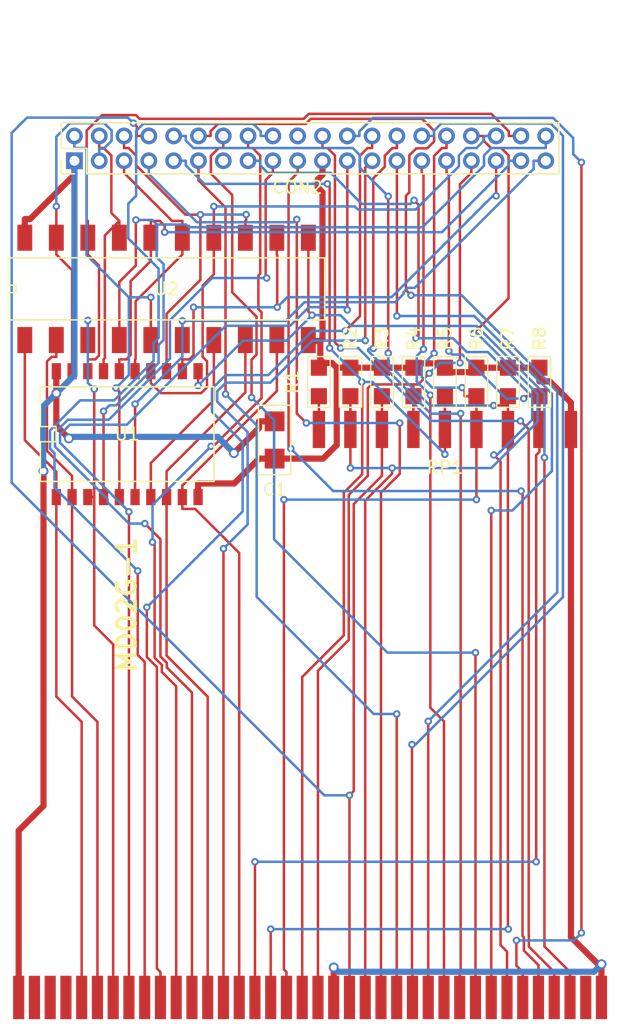
<source format=kicad_pcb>
(kicad_pcb (version 20241229) (generator "pcbnew") (generator_version "9.0")
  (layers (0 "F.Cu" signal) (2 "B.Cu" signal) (13 "F.Paste" user) (15 "B.Paste" user) (5 "F.SilkS" user "F.Silkscreen") (7 "B.SilkS" user "B.Silkscreen") (1 "F.Mask" user) (3 "B.Mask" user) (25 "Edge.Cuts" user))
  (net 0 "")
  (net 1 "/A11")
  (net 2 "/A0")
  (net 3 "/A9")
  (net 4 "/A8")
  (net 5 "/~{Read}.U4")
  (net 6 "/+5V")
  (net 7 "/Counter.Bit0")
  (net 8 "/D7")
  (net 9 "/Proc.CLK.Out.2")
  (net 10 "/D6")
  (net 11 "/~{Read}.U8")
  (net 12 "/A7")
  (net 13 "/~{Read}.U1")
  (net 14 "/D0")
  (net 15 "/D2")
  (net 16 "/A4")
  (net 17 "/D5")
  (net 18 "/~{Read}.U2")
  (net 19 "/A2")
  (net 20 "/Counter.Bit1")
  (net 21 "/Counter.Bit2")
  (net 22 "/~{Read}.U5")
  (net 23 "/A10")
  (net 24 "/A12")
  (net 25 "/~{Read}.U6")
  (net 26 "/A5")
  (net 27 "/A16")
  (net 28 "/~{Read}.U7")
  (net 29 "/A1")
  (net 30 "/~{Write}")
  (net 31 "/A13")
  (net 32 "/A15")
  (net 33 "/~{Read}.U3")
  (net 34 "/A14")
  (net 35 "/A6")
  (net 36 "/D1")
  (net 37 "/GND")
  (net 38 "/D3")
  (net 39 "/A3")
  (net 40 "/D4")
  (net 41 "/~{OE}")
  (net 42 "/R{slash}W")
  (net 43 "/I7")
  (net 44 "/A19")
  (net 45 "/A17")
  (net 46 "/A18")
  (net 47 "/~{CE}")
  (footprint "!MD02G-1:RP" (layer "F.Cu") (at 146.14 87.33 180)
    (property "Reference" "RP1")
    (property "Value" "2K Ohm DNP")
  )
  (footprint "!MD02G-1:Capacitor" (layer "F.Cu") (at 132.41 88.18 90)
    (property "Reference" "C1")
    (property "Value" "100 nF")
  )
  (footprint "!MD02G-1:Resistor" (layer "F.Cu") (at 143.6 83.5025 90)
    (property "Reference" "R4")
    (property "Value" "2K Ohm")
  )
  (footprint "!MD02G-1:Resistor" (layer "F.Cu") (at 141.06 83.5025 90)
    (property "Reference" "R3")
    (property "Value" "2K Ohm")
  )
  (footprint "Connector_PinHeader_2.00mm:PinHeader_2x20_P2.00mm_Vertical" (layer "F.Cu") (at 116.27 65.67 90)
    (property "Reference" "CON2")
    (property "Value" "Conn_02x20_Counter_Clockwise")
  )
  (footprint "!MD02G-1:Edge Connector" (layer "F.Cu") (at 135.27 133.12)
    (property "Reference" "CON1" (hide yes))
    (property "Value" "PCE Edge Connector")
  )
  (footprint "!MD02G-1:Resistor" (layer "F.Cu") (at 135.98 83.5025 90)
    (property "Reference" "R1")
    (property "Value" "2K Ohm")
  )
  (footprint "!MD02G-1:SOIC-20" (layer "F.Cu") (at 123.7 76)
    (property "Reference" "U2")
    (property "Value" "~")
  )
  (footprint "!MD02G-1:Resistor" (layer "F.Cu") (at 146.14 83.5025 90)
    (property "Reference" "R5")
    (property "Value" "2K Ohm")
  )
  (footprint "!MD02G-1:Resistor" (layer "F.Cu") (at 138.52 83.5025 90)
    (property "Reference" "R2")
    (property "Value" "2K Ohm")
  )
  (footprint "!MD02G-1:Resistor" (layer "F.Cu") (at 148.68 83.5025 90)
    (property "Reference" "R6")
    (property "Value" "2K Ohm")
  )
  (footprint "!MD02G-1:TSOP-20" (layer "F.Cu") (at 120.525 87.71)
    (property "Reference" "U1")
    (property "Value" "~")
  )
  (footprint "!MD02G-1:Resistor" (layer "F.Cu") (at 151.22 83.5025 90)
    (property "Reference" "R7")
    (property "Value" "2K Ohm")
  )
  (footprint "!MD02G-1:Resistor" (layer "F.Cu") (at 153.76 83.5025 90)
    (property "Reference" "R8")
    (property "Value" "2K Ohm")
  )
  (gr_line (start 160.27 98.27) (end 157.77 98.27) (stroke (width 0.002)) (layer "Edge.Cuts"))
  (gr_line (start 160.27 95.27) (end 157.77 95.27) (stroke (width 0.002)) (layer "Edge.Cuts"))
  (gr_circle (center 112.92 64.17) (end 114.32 64.18) (stroke (width 0.002)) (fill no) (layer "Edge.Cuts"))
  (gr_line (start 112.77 95.27) (end 110.27 95.27) (stroke (width 0.002)) (layer "Edge.Cuts"))
  (gr_line (start 110.27 135.27) (end 110.27 98.27) (stroke (width 0.002)) (layer "Edge.Cuts"))
  (gr_circle (center 135.27 96.67) (end 136.67 96.68) (stroke (width 0.002)) (fill no) (layer "Edge.Cuts"))
  (gr_circle (center 135.27 102.67) (end 136.670036 102.67) (stroke (width 0.002)) (fill no) (layer "Edge.Cuts"))
  (gr_line (start 160.27 95.27) (end 160.27 59.27) (stroke (width 0.002)) (layer "Edge.Cuts"))
  (gr_line (start 160.27 135.27) (end 160.27 98.27) (stroke (width 0.002)) (layer "Edge.Cuts"))
  (gr_line (start 110.27 59.27) (end 160.27 59.27) (stroke (width 0.002)) (layer "Edge.Cuts"))
  (gr_line (start 110.27 135.27) (end 160.27 135.27) (stroke (width 0.002)) (layer "Edge.Cuts"))
  (gr_circle (center 158.219964 64.17) (end 159.619964 64.18) (stroke (width 0.002)) (fill no) (layer "Edge.Cuts"))
  (gr_line (start 112.77 95.27) (end 112.77 98.27) (stroke (width 0.002)) (layer "Edge.Cuts"))
  (gr_line (start 157.77 95.27) (end 157.77 98.27) (stroke (width 0.002)) (layer "Edge.Cuts"))
  (gr_line (start 112.77 98.27) (end 110.27 98.27) (stroke (width 0.002)) (layer "Edge.Cuts"))
  (gr_line (start 110.27 95.27) (end 110.27 59.27) (stroke (width 0.002)) (layer "Edge.Cuts"))
  (gr_text "MD02G-1" (at 121.36 107.09 90) (layer "F.SilkS") (effects (font (size 1.5 1.5) (thickness 0.3) (bold yes)) (justify left bottom)))
  (segment (start 132.27 66.6467) (end 131.6883 67.2284) (width 0.2) (layer "F.Cu") (net 1))
  (segment (start 125.745 108.5413) (end 123.7192 106.5155) (width 0.2) (layer "F.Cu") (net 1))
  (segment (start 123.2037 105.6318) (end 123.2037 96.1761) (width 0.2) (layer "F.Cu") (net 1))
  (segment (start 125.745 133.12) (end 125.745 108.5413) (width 0.2) (layer "F.Cu") (net 1))
  (segment (start 123.2037 96.1761) (end 121.9457 94.9181) (width 0.2) (layer "F.Cu") (net 1))
  (segment (start 123.7192 106.1473) (end 123.2037 105.6318) (width 0.2) (layer "F.Cu") (net 1))
  (segment (start 131.6883 75.0431) (end 131.7689 75.1237) (width 0.2) (layer "F.Cu") (net 1))
  (segment (start 123.7192 106.5155) (end 123.7192 106.1473) (width 0.2) (layer "F.Cu") (net 1))
  (segment (start 131.6883 67.2284) (end 131.6883 75.0431) (width 0.2) (layer "F.Cu") (net 1))
  (segment (start 132.27 65.67) (end 132.27 66.6467) (width 0.2) (layer "F.Cu") (net 1))
  (via (at 131.7689 75.1237) (size 0.6) (drill 0.3) (layers "F.Cu" "B.Cu") (net 1))
  (via (at 121.9457 94.9181) (size 0.6) (drill 0.3) (layers "F.Cu" "B.Cu") (net 1))
  (segment (start 114.7077 87.5787) (end 114.7077 88.7184) (width 0.2) (layer "B.Cu") (net 1))
  (segment (start 114.7077 88.7184) (end 118.948 92.9587) (width 0.2) (layer "B.Cu") (net 1))
  (segment (start 123.9712 81.6218) (end 119.0462 86.5468) (width 0.2) (layer "B.Cu") (net 1))
  (segment (start 118.948 93.1998) (end 120.6663 94.9181) (width 0.2) (layer "B.Cu") (net 1))
  (segment (start 120.6663 94.9181) (end 121.9457 94.9181) (width 0.2) (layer "B.Cu") (net 1))
  (segment (start 118.948 92.9587) (end 118.948 93.1998) (width 0.2) (layer "B.Cu") (net 1))
  (segment (start 119.0462 86.5468) (end 115.7396 86.5468) (width 0.2) (layer "B.Cu") (net 1))
  (segment (start 123.9712 78.5231) (end 123.9712 81.6218) (width 0.2) (layer "B.Cu") (net 1))
  (segment (start 131.7689 75.1237) (end 127.3706 75.1237) (width 0.2) (layer "B.Cu") (net 1))
  (segment (start 115.7396 86.5468) (end 114.7077 87.5787) (width 0.2) (layer "B.Cu") (net 1))
  (segment (start 127.3706 75.1237) (end 123.9712 78.5231) (width 0.2) (layer "B.Cu") (net 1))
  (segment (start 128.4503 69.43) (end 128.4503 84.4819) (width 0.2) (layer "F.Cu") (net 2))
  (segment (start 126.27 67.2497) (end 128.4503 69.43) (width 0.2) (layer "F.Cu") (net 2))
  (segment (start 126.27 65.67) (end 126.27 67.2497) (width 0.2) (layer "F.Cu") (net 2))
  (segment (start 142.255 133.12) (end 142.255 110.2668) (width 0.2) (layer "F.Cu") (net 2))
  (via (at 142.255 110.2668) (size 0.6) (drill 0.3) (layers "F.Cu" "B.Cu") (net 2))
  (via (at 128.4503 84.4819) (size 0.6) (drill 0.3) (layers "F.Cu" "B.Cu") (net 2))
  (segment (start 140.4023 110.2668) (end 142.255 110.2668) (width 0.2) (layer "B.Cu") (net 2))
  (segment (start 130.963 86.9946) (end 130.963 100.8275) (width 0.2) (layer "B.Cu") (net 2))
  (segment (start 128.4503 84.4819) (end 130.963 86.9946) (width 0.2) (layer "B.Cu") (net 2))
  (segment (start 130.963 100.8275) (end 140.4023 110.2668) (width 0.2) (layer "B.Cu") (net 2))
  (segment (start 122.7369 105.733) (end 122.7369 96.5882) (width 0.2) (layer "F.Cu") (net 3))
  (segment (start 131.1004 77.6323) (end 131.1004 74.9329) (width 0.2) (layer "F.Cu") (net 3))
  (segment (start 123.3175 106.8816) (end 123.3175 106.3136) (width 0.2) (layer "F.Cu") (net 3))
  (segment (start 130.6363 64.6467) (end 130.27 64.6467) (width 0.2) (layer "F.Cu") (net 3))
  (segment (start 131.3534 77.8853) (end 131.1004 77.6323) (width 0.2) (layer "F.Cu") (net 3))
  (segment (start 131.2492 74.7841) (end 131.2492 65.2596) (width 0.2) (layer "F.Cu") (net 3))
  (segment (start 123.3175 106.3136) (end 122.7369 105.733) (width 0.2) (layer "F.Cu") (net 3))
  (segment (start 127.4721 88.6863) (end 131.3534 84.805) (width 0.2) (layer "F.Cu") (net 3))
  (segment (start 124.475 108.0391) (end 123.3175 106.8816) (width 0.2) (layer "F.Cu") (net 3))
  (segment (start 124.475 133.12) (end 124.475 108.0391) (width 0.2) (layer "F.Cu") (net 3))
  (segment (start 130.27 63.67) (end 130.27 64.6467) (width 0.2) (layer "F.Cu") (net 3))
  (segment (start 127.287 88.6863) (end 127.4721 88.6863) (width 0.2) (layer "F.Cu") (net 3))
  (segment (start 131.3534 84.805) (end 131.3534 77.8853) (width 0.2) (layer "F.Cu") (net 3))
  (segment (start 131.2492 65.2596) (end 130.6363 64.6467) (width 0.2) (layer "F.Cu") (net 3))
  (segment (start 131.1004 74.9329) (end 131.2492 74.7841) (width 0.2) (layer "F.Cu") (net 3))
  (segment (start 122.7369 96.5882) (end 122.5674 96.4187) (width 0.2) (layer "F.Cu") (net 3))
  (via (at 122.5674 96.4187) (size 0.6) (drill 0.3) (layers "F.Cu" "B.Cu") (net 3))
  (via (at 127.287 88.6863) (size 0.6) (drill 0.3) (layers "F.Cu" "B.Cu") (net 3))
  (segment (start 127.287 88.6863) (end 122.5674 93.4059) (width 0.2) (layer "B.Cu") (net 3))
  (segment (start 122.5674 93.4059) (end 122.5674 96.4187) (width 0.2) (layer "B.Cu") (net 3))
  (segment (start 122.9158 130.7791) (end 123.205 131.0683) (width 0.2) (layer "F.Cu") (net 4))
  (segment (start 122.9158 106.4799) (end 122.9158 130.7791) (width 0.2) (layer "F.Cu") (net 4))
  (segment (start 140.27 63.67) (end 140.27 64.6467) (width 0.2) (layer "F.Cu") (net 4))
  (segment (start 139.2933 65.257) (end 139.2933 78.1958) (width 0.2) (layer "F.Cu") (net 4))
  (segment (start 123.205 133.12) (end 123.205 131.0683) (width 0.2) (layer "F.Cu") (net 4))
  (segment (start 122.1086 101.6658) (end 122.1086 105.6727) (width 0.2) (layer "F.Cu") (net 4))
  (segment (start 122.1086 105.6727) (end 122.9158 106.4799) (width 0.2) (layer "F.Cu") (net 4))
  (segment (start 139.2933 78.1958) (end 138.0998 79.3893) (width 0.2) (layer "F.Cu") (net 4))
  (segment (start 140.27 64.6467) (end 139.9036 64.6467) (width 0.2) (layer "F.Cu") (net 4))
  (segment (start 139.9036 64.6467) (end 139.2933 65.257) (width 0.2) (layer "F.Cu") (net 4))
  (via (at 122.1086 101.6658) (size 0.6) (drill 0.3) (layers "F.Cu" "B.Cu") (net 4))
  (via (at 138.0998 79.3893) (size 0.6) (drill 0.3) (layers "F.Cu" "B.Cu") (net 4))
  (segment (start 129.8322 93.9422) (end 129.8322 88.3815) (width 0.2) (layer "B.Cu") (net 4))
  (segment (start 127.3559 85.9052) (end 127.3559 84.0577) (width 0.2) (layer "B.Cu") (net 4))
  (segment (start 135.4603 79.3893) (end 138.0998 79.3893) (width 0.2) (layer "B.Cu") (net 4))
  (segment (start 128.4643 82.9493) (end 131.9003 82.9493) (width 0.2) (layer "B.Cu") (net 4))
  (segment (start 131.9003 82.9493) (end 135.4603 79.3893) (width 0.2) (layer "B.Cu") (net 4))
  (segment (start 122.1086 101.6658) (end 129.8322 93.9422) (width 0.2) (layer "B.Cu") (net 4))
  (segment (start 129.8322 88.3815) (end 127.3559 85.9052) (width 0.2) (layer "B.Cu") (net 4))
  (segment (start 127.3559 84.0577) (end 128.4643 82.9493) (width 0.2) (layer "B.Cu") (net 4))
  (segment (start 119.2467 69.88) (end 119.89 70.5233) (width 0.2) (layer "F.Cu") (net 5))
  (segment (start 118.7202 71.6931) (end 118.7202 81.5831) (width 0.2) (layer "F.Cu") (net 5))
  (segment (start 118.27 64.6467) (end 118.6364 64.6467) (width 0.2) (layer "F.Cu") (net 5))
  (segment (start 118.6364 64.6467) (end 119.2467 65.257) (width 0.2) (layer "F.Cu") (net 5))
  (segment (start 118.27 63.67) (end 118.27 64.6467) (width 0.2) (layer "F.Cu") (net 5))
  (segment (start 118.62 82.635) (end 118.62 81.6833) (width 0.2) (layer "F.Cu") (net 5))
  (segment (start 118.7202 81.5831) (end 118.62 81.6833) (width 0.2) (layer "F.Cu") (net 5))
  (segment (start 119.89 71.875) (end 119.89 70.5233) (width 0.2) (layer "F.Cu") (net 5))
  (segment (start 119.89 70.5233) (end 118.7202 71.6931) (width 0.2) (layer "F.Cu") (net 5))
  (segment (start 119.2467 65.257) (end 119.2467 69.88) (width 0.2) (layer "F.Cu") (net 5))
  (segment (start 111.775 119.6731) (end 111.775 133.12) (width 0.5) (layer "F.Cu") (net 6))
  (segment (start 116.27 65.67) (end 116.27 66.7967) (width 0.5) (layer "F.Cu") (net 6))
  (segment (start 112.6934 70.3733) (end 112.27 70.3733) (width 0.5) (layer "F.Cu") (net 6))
  (segment (start 116.27 66.7967) (end 112.6934 70.3733) (width 0.5) (layer "F.Cu") (net 6))
  (segment (start 113.7774 90.6906) (end 113.7774 117.6707) (width 0.5) (layer "F.Cu") (net 6))
  (segment (start 112.27 71.875) (end 112.27 70.3733) (width 0.5) (layer "F.Cu") (net 6))
  (segment (start 131.1583 87.2087) (end 129.1285 89.2385) (width 0.5) (layer "F.Cu") (net 6))
  (segment (start 114.81 84.4157) (end 114.81 87.0399) (width 0.5) (layer "F.Cu") (net 6))
  (segment (start 131.1583 86.68) (end 131.1583 87.2087) (width 0.5) (layer "F.Cu") (net 6))
  (segment (start 132.41 86.68) (end 131.1583 86.68) (width 0.5) (layer "F.Cu") (net 6))
  (segment (start 114.81 87.0399) (end 115.822 88.0519) (width 0.5) (layer "F.Cu") (net 6))
  (segment (start 114.81 84.4157) (end 114.81 82.635) (width 0.5) (layer "F.Cu") (net 6))
  (segment (start 113.7774 117.6707) (end 111.775 119.6731) (width 0.5) (layer "F.Cu") (net 6))
  (via (at 114.81 84.4157) (size 0.8) (drill 0.5) (layers "F.Cu" "B.Cu") (net 6))
  (via (at 129.1285 89.2385) (size 0.8) (drill 0.5) (layers "F.Cu" "B.Cu") (net 6))
  (via (at 113.7774 90.6906) (size 0.8) (drill 0.5) (layers "F.Cu" "B.Cu") (net 6))
  (via (at 115.822 88.0519) (size 0.8) (drill 0.5) (layers "F.Cu" "B.Cu") (net 6))
  (segment (start 113.7543 90.6675) (end 113.7774 90.6906) (width 0.5) (layer "B.Cu") (net 6))
  (segment (start 116.27 65.67) (end 116.27 82.9557) (width 0.5) (layer "B.Cu") (net 6))
  (segment (start 127.8191 87.9291) (end 129.1285 89.2385) (width 0.5) (layer "B.Cu") (net 6))
  (segment (start 115.9448 87.9291) (end 127.8191 87.9291) (width 0.5) (layer "B.Cu") (net 6))
  (segment (start 113.7543 85.4714) (end 113.7543 90.6675) (width 0.5) (layer "B.Cu") (net 6))
  (segment (start 115.822 88.0519) (end 115.9448 87.9291) (width 0.5) (layer "B.Cu") (net 6))
  (segment (start 116.27 82.9557) (end 114.81 84.4157) (width 0.5) (layer "B.Cu") (net 6))
  (segment (start 114.81 84.4157) (end 113.7543 85.4714) (width 0.5) (layer "B.Cu") (net 6))
  (segment (start 118.62 92.785) (end 118.62 85.859) (width 0.2) (layer "F.Cu") (net 7))
  (segment (start 121.2182 74.1075) (end 121.2182 70.4438) (width 0.2) (layer "F.Cu") (net 7))
  (segment (start 119.89 80.125) (end 119.89 75.4357) (width 0.2) (layer "F.Cu") (net 7))
  (segment (start 119.89 75.4357) (end 121.2182 74.1075) (width 0.2) (layer "F.Cu") (net 7))
  (via (at 121.2182 70.4438) (size 0.6) (drill 0.3) (layers "F.Cu" "B.Cu") (net 7))
  (via (at 118.62 85.859) (size 0.6) (drill 0.3) (layers "F.Cu" "B.Cu") (net 7))
  (segment (start 123.0537 80.5221) (end 123.0537 81.9713) (width 0.2) (layer "B.Cu") (net 7))
  (segment (start 123.4554 80.1204) (end 123.0537 80.5221) (width 0.2) (layer "B.Cu") (net 7))
  (segment (start 125.2603 70.8097) (end 125.4798 71.0292) (width 0.2) (layer "B.Cu") (net 7))
  (segment (start 122.901 70.8097) (end 125.2603 70.8097) (width 0.2) (layer "B.Cu") (net 7))
  (segment (start 149.2933 66.0673) (end 149.2933 65.2344) (width 0.2) (layer "B.Cu") (net 7))
  (segment (start 122.901 73.4469) (end 123.4554 74.0013) (width 0.2) (layer "B.Cu") (net 7))
  (segment (start 120.1566 84.8672) (end 120.1566 84.8684) (width 0.2) (layer "B.Cu") (net 7))
  (segment (start 122.901 70.8097) (end 122.901 73.4469) (width 0.2) (layer "B.Cu") (net 7))
  (segment (start 154.27 63.67) (end 154.27 64.6467) (width 0.2) (layer "B.Cu") (net 7))
  (segment (start 123.4554 74.0013) (end 123.4554 80.1204) (width 0.2) (layer "B.Cu") (net 7))
  (segment (start 120.1566 84.8684) (end 119.6377 85.3873) (width 0.2) (layer "B.Cu") (net 7))
  (segment (start 125.4798 71.0292) (end 144.3314 71.0292) (width 0.2) (layer "B.Cu") (net 7))
  (segment (start 119.6377 85.3873) (end 119.0917 85.3873) (width 0.2) (layer "B.Cu") (net 7))
  (segment (start 149.881 64.6467) (end 154.27 64.6467) (width 0.2) (layer "B.Cu") (net 7))
  (segment (start 120.7446 84.2792) (end 120.1566 84.8672) (width 0.2) (layer "B.Cu") (net 7))
  (segment (start 120.7458 84.2792) (end 120.7446 84.2792) (width 0.2) (layer "B.Cu") (net 7))
  (segment (start 122.5351 70.4438) (end 122.901 70.8097) (width 0.2) (layer "B.Cu") (net 7))
  (segment (start 119.0917 85.3873) (end 118.62 85.859) (width 0.2) (layer "B.Cu") (net 7))
  (segment (start 121.2182 70.4438) (end 122.5351 70.4438) (width 0.2) (layer "B.Cu") (net 7))
  (segment (start 123.0537 81.9713) (end 120.7458 84.2792) (width 0.2) (layer "B.Cu") (net 7))
  (segment (start 149.2933 65.2344) (end 149.881 64.6467) (width 0.2) (layer "B.Cu") (net 7))
  (segment (start 144.3314 71.0292) (end 149.2933 66.0673) (width 0.2) (layer "B.Cu") (net 7))
  (segment (start 153.76 84.6525) (end 152.8083 84.6525) (width 0.2) (layer "F.Cu") (net 8))
  (segment (start 146.27 66.6467) (end 146.458 66.8347) (width 0.2) (layer "F.Cu") (net 8))
  (segment (start 146.458 66.8347) (end 146.458 81.009) (width 0.2) (layer "F.Cu") (net 8))
  (segment (start 153.4982 89.3935) (end 153.4982 122.1814) (width 0.2) (layer "F.Cu") (net 8))
  (segment (start 152.8083 84.6525) (end 152.6799 84.6525) (width 0.2) (layer "F.Cu") (net 8))
  (segment (start 153.76 89.1317) (end 153.4982 89.3935) (width 0.2) (layer "F.Cu") (net 8))
  (segment (start 130.825 133.12) (end 130.825 122.1814) (width 0.2) (layer "F.Cu") (net 8))
  (segment (start 153.76 87.33) (end 153.76 84.6525) (width 0.2) (layer "F.Cu") (net 8))
  (segment (start 146.27 65.67) (end 146.27 66.6467) (width 0.2) (layer "F.Cu") (net 8))
  (segment (start 153.76 87.33) (end 153.76 89.1317) (width 0.2) (layer "F.Cu") (net 8))
  (segment (start 152.6799 84.6525) (end 152.4931 84.8393) (width 0.2) (layer "F.Cu") (net 8))
  (via (at 130.825 122.1814) (size 0.6) (drill 0.3) (layers "F.Cu" "B.Cu") (net 8))
  (via (at 153.4982 122.1814) (size 0.6) (drill 0.3) (layers "F.Cu" "B.Cu") (net 8))
  (via (at 152.4931 84.8393) (size 0.6) (drill 0.3) (layers "F.Cu" "B.Cu") (net 8))
  (via (at 146.458 81.009) (size 0.6) (drill 0.3) (layers "F.Cu" "B.Cu") (net 8))
  (segment (start 151.0824 84.8393) (end 152.4931 84.8393) (width 0.2) (layer "B.Cu") (net 8))
  (segment (start 130.825 122.1814) (end 153.4982 122.1814) (width 0.2) (layer "B.Cu") (net 8))
  (segment (start 146.458 81.009) (end 146.7412 81.2922) (width 0.2) (layer "B.Cu") (net 8))
  (segment (start 146.7412 81.2922) (end 147.5353 81.2922) (width 0.2) (layer "B.Cu") (net 8))
  (segment (start 147.5353 81.2922) (end 151.0824 84.8393) (width 0.2) (layer "B.Cu") (net 8))
  (segment (start 151.22 89.1317) (end 151.22 127.5817) (width 0.2) (layer "F.Cu") (net 10))
  (segment (start 141.5686 81.1845) (end 141.5686 68.5306) (width 0.2) (layer "F.Cu") (net 10))
  (segment (start 151.22 127.5817) (end 151.2498 127.6115) (width 0.2) (layer "F.Cu") (net 10))
  (segment (start 151.22 85.4021) (end 150.0677 85.4021) (width 0.2) (layer "F.Cu") (net 10))
  (segment (start 151.22 85.4021) (end 151.22 84.6525) (width 0.2) (layer "F.Cu") (net 10))
  (segment (start 151.22 87.33) (end 151.22 89.1317) (width 0.2) (layer "F.Cu") (net 10))
  (segment (start 151.22 87.33) (end 151.22 85.4021) (width 0.2) (layer "F.Cu") (net 10))
  (segment (start 132.095 133.12) (end 132.095 127.6115) (width 0.2) (layer "F.Cu") (net 10))
  (via (at 141.5686 81.1845) (size 0.6) (drill 0.3) (layers "F.Cu" "B.Cu") (net 10))
  (via (at 151.2498 127.6115) (size 0.6) (drill 0.3) (layers "F.Cu" "B.Cu") (net 10))
  (via (at 150.0677 85.4021) (size 0.6) (drill 0.3) (layers "F.Cu" "B.Cu") (net 10))
  (via (at 132.095 127.6115) (size 0.6) (drill 0.3) (layers "F.Cu" "B.Cu") (net 10))
  (via (at 141.5686 68.5306) (size 0.6) (drill 0.3) (layers "F.Cu" "B.Cu") (net 10))
  (segment (start 132.095 127.6115) (end 151.2498 127.6115) (width 0.2) (layer "B.Cu") (net 10))
  (segment (start 141.5686 82.0348) (end 141.5686 81.1845) (width 0.2) (layer "B.Cu") (net 10))
  (segment (start 144.9359 85.4021) (end 141.5686 82.0348) (width 0.2) (layer "B.Cu") (net 10))
  (segment (start 125.2467 63.67) (end 125.2467 64.0364) (width 0.2) (layer "B.Cu") (net 10))
  (segment (start 138.71 64.6467) (end 139.27 65.2067) (width 0.2) (layer "B.Cu") (net 10))
  (segment (start 139.27 65.2067) (end 139.27 66.232) (width 0.2) (layer "B.Cu") (net 10))
  (segment (start 150.0677 85.4021) (end 144.9359 85.4021) (width 0.2) (layer "B.Cu") (net 10))
  (segment (start 125.2467 64.0364) (end 125.857 64.6467) (width 0.2) (layer "B.Cu") (net 10))
  (segment (start 124.27 63.67) (end 125.2467 63.67) (width 0.2) (layer "B.Cu") (net 10))
  (segment (start 125.857 64.6467) (end 138.71 64.6467) (width 0.2) (layer "B.Cu") (net 10))
  (segment (start 139.27 66.232) (end 141.5686 68.5306) (width 0.2) (layer "B.Cu") (net 10))
  (segment (start 130.1156 70.4577) (end 130.1156 70.0076) (width 0.2) (layer "F.Cu") (net 11))
  (segment (start 120.6364 64.6467) (end 121.2467 65.257) (width 0.2) (layer "F.Cu") (net 11))
  (segment (start 121.2467 66.0426) (end 125.22 70.0159) (width 0.2) (layer "F.Cu") (net 11))
  (segment (start 126.4234 70.0159) (end 126.4234 75.2766) (width 0.2) (layer "F.Cu") (net 11))
  (segment (start 120.27 63.67) (end 120.27 64.6467) (width 0.2) (layer "F.Cu") (net 11))
  (segment (start 123.7 78) (end 123.7 82.635) (width 0.2) (layer "F.Cu") (net 11))
  (segment (start 121.2467 65.257) (end 121.2467 66.0426) (width 0.2) (layer "F.Cu") (net 11))
  (segment (start 130.05 70.5233) (end 130.1156 70.4577) (width 0.2) (layer "F.Cu") (net 11))
  (segment (start 130.05 71.875) (end 130.05 70.5233) (width 0.2) (layer "F.Cu") (net 11))
  (segment (start 125.22 70.0159) (end 126.4234 70.0159) (width 0.2) (layer "F.Cu") (net 11))
  (segment (start 126.4234 75.2766) (end 123.7 78) (width 0.2) (layer "F.Cu") (net 11))
  (segment (start 120.27 64.6467) (end 120.6364 64.6467) (width 0.2) (layer "F.Cu") (net 11))
  (via (at 126.4234 70.0159) (size 0.6) (drill 0.3) (layers "F.Cu" "B.Cu") (net 11))
  (via (at 130.1156 70.0076) (size 0.6) (drill 0.3) (layers "F.Cu" "B.Cu") (net 11))
  (segment (start 126.4317 70.0076) (end 126.4234 70.0159) (width 0.2) (layer "B.Cu") (net 11))
  (segment (start 130.1156 70.0076) (end 126.4317 70.0076) (width 0.2) (layer "B.Cu") (net 11))
  (segment (start 151.145 133.12) (end 151.145 129.4217) (width 0.2) (layer "F.Cu") (net 12))
  (segment (start 144.0099 69.2102) (end 144.0099 79.7753) (width 0.2) (layer "F.Cu") (net 12))
  (segment (start 144.0099 79.7753) (end 143.8084 79.9768) (width 0.2) (layer "F.Cu") (net 12))
  (segment (start 143.6561 68.8564) (end 144.0099 69.2102) (width 0.2) (layer "F.Cu") (net 12))
  (segment (start 150.6252 128.9019) (end 150.6252 89.9286) (width 0.2) (layer "F.Cu") (net 12))
  (segment (start 150.6252 89.9286) (end 150.0835 89.3869) (width 0.2) (layer "F.Cu") (net 12))
  (segment (start 151.145 129.4217) (end 150.6252 128.9019) (width 0.2) (layer "F.Cu") (net 12))
  (via (at 143.8084 79.9768) (size 0.6) (drill 0.3) (layers "F.Cu" "B.Cu") (net 12))
  (via (at 150.0835 89.3869) (size 0.6) (drill 0.3) (layers "F.Cu" "B.Cu") (net 12))
  (via (at 143.6561 68.8564) (size 0.6) (drill 0.3) (layers "F.Cu" "B.Cu") (net 12))
  (segment (start 143.3606 69.1519) (end 143.6561 68.8564) (width 0.2) (layer "B.Cu") (net 12))
  (segment (start 146.7879 79.9768) (end 147.9031 81.092) (width 0.2) (layer "B.Cu") (net 12))
  (segment (start 149.5969 81.092) (end 153.1769 84.672) (width 0.2) (layer "B.Cu") (net 12))
  (segment (start 131.2467 65.67) (end 131.2467 66.0364) (width 0.2) (layer "B.Cu") (net 12))
  (segment (start 131.857 66.6467) (end 136.9368 66.6467) (width 0.2) (layer "B.Cu") (net 12))
  (segment (start 131.2467 66.0364) (end 131.857 66.6467) (width 0.2) (layer "B.Cu") (net 12))
  (segment (start 139.442 69.1519) (end 143.3606 69.1519) (width 0.2) (layer "B.Cu") (net 12))
  (segment (start 143.8084 79.9768) (end 146.7879 79.9768) (width 0.2) (layer "B.Cu") (net 12))
  (segment (start 136.9368 66.6467) (end 139.442 69.1519) (width 0.2) (layer "B.Cu") (net 12))
  (segment (start 147.9031 81.092) (end 149.5969 81.092) (width 0.2) (layer "B.Cu") (net 12))
  (segment (start 153.1769 84.672) (end 153.1769 86.5511) (width 0.2) (layer "B.Cu") (net 12))
  (segment (start 130.27 65.67) (end 131.2467 65.67) (width 0.2) (layer "B.Cu") (net 12))
  (segment (start 150.3411 89.3869) (end 150.0835 89.3869) (width 0.2) (layer "B.Cu") (net 12))
  (segment (start 153.1769 86.5511) (end 150.3411 89.3869) (width 0.2) (layer "B.Cu") (net 12))
  (segment (start 122.43 71.875) (end 122.43 73.2267) (width 0.2) (layer "F.Cu") (net 13))
  (segment (start 120.8018 81.3333) (end 120.4518 81.6833) (width 0.2) (layer "F.Cu") (net 13))
  (segment (start 122.43 73.2267) (end 122.43 73.7466) (width 0.2) (layer "F.Cu") (net 13))
  (segment (start 122.43 73.7466) (end 120.8018 75.3748) (width 0.2) (layer "F.Cu") (net 13))
  (segment (start 122.43 71.875) (end 122.43 70.5233) (width 0.2) (layer "F.Cu") (net 13))
  (segment (start 119.89 82.635) (end 119.89 81.6833) (width 0.2) (layer "F.Cu") (net 13))
  (segment (start 120.4518 81.6833) (end 119.89 81.6833) (width 0.2) (layer "F.Cu") (net 13))
  (segment (start 123.5465 70.9113) (end 123.5465 71.4309) (width 0.2) (layer "F.Cu") (net 13))
  (segment (start 120.8018 75.3748) (end 120.8018 81.3333) (width 0.2) (layer "F.Cu") (net 13))
  (segment (start 123.1585 70.5233) (end 123.5465 70.9113) (width 0.2) (layer "F.Cu") (net 13))
  (segment (start 122.43 70.5233) (end 123.1585 70.5233) (width 0.2) (layer "F.Cu") (net 13))
  (via (at 123.5465 71.4309) (size 0.6) (drill 0.3) (layers "F.Cu" "B.Cu") (net 13))
  (segment (start 152.27 65.67) (end 151.2933 65.67) (width 0.2) (layer "B.Cu") (net 13))
  (segment (start 145.8987 71.4309) (end 123.5465 71.4309) (width 0.2) (layer "B.Cu") (net 13))
  (segment (start 151.2933 66.0363) (end 145.8987 71.4309) (width 0.2) (layer "B.Cu") (net 13))
  (segment (start 151.2933 65.67) (end 151.2933 66.0363) (width 0.2) (layer "B.Cu") (net 13))
  (segment (start 140.985 133.12) (end 140.985 92.4247) (width 0.2) (layer "F.Cu") (net 14))
  (segment (start 135.98 84.6525) (end 135.98 86.8108) (width 0.2) (layer "F.Cu") (net 14))
  (segment (start 135.98 86.8108) (end 135.98 87.33) (width 0.2) (layer "F.Cu") (net 14))
  (segment (start 134.1987 86.0434) (end 134.1987 70.4016) (width 0.2) (layer "F.Cu") (net 14))
  (segment (start 140.985 92.4247) (end 142.4986 90.9111) (width 0.2) (layer "F.Cu") (net 14))
  (segment (start 142.4986 90.9111) (end 142.4986 86.8108) (width 0.2) (layer "F.Cu") (net 14))
  (segment (start 134.9661 86.8108) (end 134.1987 86.0434) (width 0.2) (layer "F.Cu") (net 14))
  (segment (start 135.98 86.8108) (end 134.9661 86.8108) (width 0.2) (layer "F.Cu") (net 14))
  (via (at 134.1987 70.4016) (size 0.6) (drill 0.3) (layers "F.Cu" "B.Cu") (net 14))
  (via (at 142.4986 86.8108) (size 0.6) (drill 0.3) (layers "F.Cu" "B.Cu") (net 14))
  (via (at 134.9661 86.8108) (size 0.6) (drill 0.3) (layers "F.Cu" "B.Cu") (net 14))
  (segment (start 126.1546 70.6275) (end 133.9728 70.6275) (width 0.2) (layer "B.Cu") (net 14))
  (segment (start 122.27 66.7429) (end 126.1546 70.6275) (width 0.2) (layer "B.Cu") (net 14))
  (segment (start 122.27 65.67) (end 122.27 66.7429) (width 0.2) (layer "B.Cu") (net 14))
  (segment (start 142.4986 86.8108) (end 134.9661 86.8108) (width 0.2) (layer "B.Cu") (net 14))
  (segment (start 133.9728 70.6275) (end 134.1987 70.4016) (width 0.2) (layer "B.Cu") (net 14))
  (segment (start 121.2933 63.67) (end 121.2933 62.9061) (width 0.2) (layer "F.Cu") (net 15))
  (segment (start 138.445 133.12) (end 138.445 131.0683) (width 0.2) (layer "F.Cu") (net 15))
  (segment (start 141.06 91.071) (end 138.7899 93.3411) (width 0.2) (layer "F.Cu") (net 15))
  (segment (start 122.27 63.67) (end 121.2933 63.67) (width 0.2) (layer "F.Cu") (net 15))
  (segment (start 138.7899 93.3411) (end 138.7899 116.4785) (width 0.2) (layer "F.Cu") (net 15))
  (segment (start 141.06 87.33) (end 141.06 91.071) (width 0.2) (layer "F.Cu") (net 15))
  (segment (start 141.06 84.6525) (end 141.06 87.33) (width 0.2) (layer "F.Cu") (net 15))
  (segment (start 138.445 131.0683) (end 138.445 116.8234) (width 0.2) (layer "F.Cu") (net 15))
  (segment (start 138.7899 116.4785) (end 138.445 116.8234) (width 0.2) (layer "F.Cu") (net 15))
  (segment (start 121.2933 62.9061) (end 121.0238 62.6366) (width 0.2) (layer "F.Cu") (net 15))
  (via (at 138.445 116.8234) (size 0.6) (drill 0.3) (layers "F.Cu" "B.Cu") (net 15))
  (via (at 121.0238 62.6366) (size 0.6) (drill 0.3) (layers "F.Cu" "B.Cu") (net 15))
  (segment (start 111.2109 91.62) (end 111.2109 63.4305) (width 0.2) (layer "B.Cu") (net 15))
  (segment (start 136.4143 116.8234) (end 111.2109 91.62) (width 0.2) (layer "B.Cu") (net 15))
  (segment (start 138.445 116.8234) (end 136.4143 116.8234) (width 0.2) (layer "B.Cu") (net 15))
  (segment (start 120.581 62.1938) (end 121.0238 62.6366) (width 0.2) (layer "B.Cu") (net 15))
  (segment (start 112.4476 62.1938) (end 120.581 62.1938) (width 0.2) (layer "B.Cu") (net 15))
  (segment (start 111.2109 63.4305) (end 112.4476 62.1938) (width 0.2) (layer "B.Cu") (net 15))
  (segment (start 141.2933 65.257) (end 141.2933 66.1493) (width 0.2) (layer "F.Cu") (net 16))
  (segment (start 147.41 130.9933) (end 147.335 131.0683) (width 0.2) (layer "F.Cu") (net 16))
  (segment (start 147.335 133.12) (end 147.335 131.0683) (width 0.2) (layer "F.Cu") (net 16))
  (segment (start 141.9036 64.6467) (end 141.2933 65.257) (width 0.2) (layer "F.Cu") (net 16))
  (segment (start 142.27 63.67) (end 142.27 64.6467) (width 0.2) (layer "F.Cu") (net 16))
  (segment (start 140.3651 67.0775) (end 140.3651 80.8022) (width 0.2) (layer "F.Cu") (net 16))
  (segment (start 147.41 86.0423) (end 147.41 130.9933) (width 0.2) (layer "F.Cu") (net 16))
  (segment (start 141.2933 66.1493) (end 140.3651 67.0775) (width 0.2) (layer "F.Cu") (net 16))
  (segment (start 142.27 64.6467) (end 141.9036 64.6467) (width 0.2) (layer "F.Cu") (net 16))
  (via (at 147.41 86.0423) (size 0.6) (drill 0.3) (layers "F.Cu" "B.Cu") (net 16))
  (via (at 140.3651 80.8022) (size 0.6) (drill 0.3) (layers "F.Cu" "B.Cu") (net 16))
  (segment (start 147.41 86.0423) (end 147.394 86.0583) (width 0.2) (layer "B.Cu") (net 16))
  (segment (start 140.0515 80.8022) (end 140.3651 80.8022) (width 0.2) (layer "B.Cu") (net 16))
  (segment (start 139.9504 81.0044) (end 139.9504 80.9033) (width 0.2) (layer "B.Cu") (net 16))
  (segment (start 139.9504 80.9033) (end 140.0515 80.8022) (width 0.2) (layer "B.Cu") (net 16))
  (segment (start 147.394 86.0583) (end 145.0043 86.0583) (width 0.2) (layer "B.Cu") (net 16))
  (segment (start 145.0043 86.0583) (end 139.9504 81.0044) (width 0.2) (layer "B.Cu") (net 16))
  (segment (start 148.68 84.6525) (end 147.7283 84.6525) (width 0.2) (layer "F.Cu") (net 17))
  (segment (start 133.365 133.12) (end 133.365 131.0683) (width 0.2) (layer "F.Cu") (net 17))
  (segment (start 147.7283 84.6525) (end 147.7283 84.1695) (width 0.2) (layer "F.Cu") (net 17))
  (segment (start 147.7283 84.1695) (end 147.5194 83.9606) (width 0.2) (layer "F.Cu") (net 17))
  (segment (start 146.27 63.67) (end 146.27 64.6467) (width 0.2) (layer "F.Cu") (net 17))
  (segment (start 145.9037 64.6467) (end 145.27 65.2804) (width 0.2) (layer "F.Cu") (net 17))
  (segment (start 133.1596 130.8629) (end 133.1596 92.9889) (width 0.2) (layer "F.Cu") (net 17))
  (segment (start 133.365 131.0683) (end 133.1596 130.8629) (width 0.2) (layer "F.Cu") (net 17))
  (segment (start 148.68 87.33) (end 148.68 84.6525) (width 0.2) (layer "F.Cu") (net 17))
  (segment (start 146.27 64.6467) (end 145.9037 64.6467) (width 0.2) (layer "F.Cu") (net 17))
  (segment (start 145.27 65.2804) (end 145.27 81.1959) (width 0.2) (layer "F.Cu") (net 17))
  (segment (start 148.68 87.33) (end 148.68 89.1317) (width 0.2) (layer "F.Cu") (net 17))
  (segment (start 148.68 89.1317) (end 148.68 92.9889) (width 0.2) (layer "F.Cu") (net 17))
  (via (at 145.27 81.1959) (size 0.6) (drill 0.3) (layers "F.Cu" "B.Cu") (net 17))
  (via (at 148.68 92.9889) (size 0.6) (drill 0.3) (layers "F.Cu" "B.Cu") (net 17))
  (via (at 147.5194 83.9606) (size 0.6) (drill 0.3) (layers "F.Cu" "B.Cu") (net 17))
  (via (at 133.1596 92.9889) (size 0.6) (drill 0.3) (layers "F.Cu" "B.Cu") (net 17))
  (segment (start 133.1596 92.9889) (end 148.68 92.9889) (width 0.2) (layer "B.Cu") (net 17))
  (segment (start 145.27 81.1959) (end 144.2728 82.1931) (width 0.2) (layer "B.Cu") (net 17))
  (segment (start 145.1215 83.9606) (end 147.5194 83.9606) (width 0.2) (layer "B.Cu") (net 17))
  (segment (start 144.2728 82.1931) (end 144.2728 83.1119) (width 0.2) (layer "B.Cu") (net 17))
  (segment (start 144.2728 83.1119) (end 145.1215 83.9606) (width 0.2) (layer "B.Cu") (net 17))
  (segment (start 117.35 82.635) (end 117.35 81.6833) (width 0.2) (layer "F.Cu") (net 18))
  (segment (start 121.5297 62.2916) (end 121.2258 61.9877) (width 0.2) (layer "F.Cu") (net 18))
  (segment (start 135.1622 61.8899) (end 134.7605 62.2916) (width 0.2) (layer "F.Cu") (net 18))
  (segment (start 117.35 71.875) (end 117.35 73.2267) (width 0.2) (layer "F.Cu") (net 18))
  (segment (start 117.35 81.6833) (end 117.9421 81.6833) (width 0.2) (layer "F.Cu") (net 18))
  (segment (start 151.2933 63.67) (end 151.2933 63.3036) (width 0.2) (layer "F.Cu") (net 18))
  (segment (start 118.2517 81.3737) (end 118.2517 74.1284) (width 0.2) (layer "F.Cu") (net 18))
  (segment (start 117.35 71.875) (end 117.35 70.5233) (width 0.2) (layer "F.Cu") (net 18))
  (segment (start 134.7605 62.2916) (end 121.5297 62.2916) (width 0.2) (layer "F.Cu") (net 18))
  (segment (start 149.8796 61.8899) (end 135.1622 61.8899) (width 0.2) (layer "F.Cu") (net 18))
  (segment (start 121.2258 61.9877) (end 118.5041 61.9877) (width 0.2) (layer "F.Cu") (net 18))
  (segment (start 117.9421 81.6833) (end 118.2517 81.3737) (width 0.2) (layer "F.Cu") (net 18))
  (segment (start 118.2517 74.1284) (end 117.35 73.2267) (width 0.2) (layer "F.Cu") (net 18))
  (segment (start 118.5041 61.9877) (end 117.2575 63.2343) (width 0.2) (layer "F.Cu") (net 18))
  (segment (start 151.2933 63.3036) (end 149.8796 61.8899) (width 0.2) (layer "F.Cu") (net 18))
  (segment (start 117.2575 70.4308) (end 117.35 70.5233) (width 0.2) (layer "F.Cu") (net 18))
  (segment (start 152.27 63.67) (end 151.2933 63.67) (width 0.2) (layer "F.Cu") (net 18))
  (segment (start 117.2575 63.2343) (end 117.2575 70.4308) (width 0.2) (layer "F.Cu") (net 18))
  (segment (start 127.2467 63.2934) (end 127.2467 63.67) (width 0.2) (layer "F.Cu") (net 19))
  (segment (start 142.9957 76.103) (end 142.9957 68.4963) (width 0.2) (layer "F.Cu") (net 19))
  (segment (start 143.8373 64.67) (end 144.7182 64.67) (width 0.2) (layer "F.Cu") (net 19))
  (segment (start 143.4082 76.5155) (end 142.9957 76.103) (width 0.2) (layer "F.Cu") (net 19))
  (segment (start 134.9268 62.6933) (end 127.8468 62.6933) (width 0.2) (layer "F.Cu") (net 19))
  (segment (start 145.2702 64.118) (end 145.2702 63.2617) (width 0.2) (layer "F.Cu") (net 19))
  (segment (start 135.3285 62.2916) (end 134.9268 62.6933) (width 0.2) (layer "F.Cu") (net 19))
  (segment (start 143.27 65.2373) (end 143.8373 64.67) (width 0.2) (layer "F.Cu") (net 19))
  (segment (start 127.8468 62.6933) (end 127.2467 63.2934) (width 0.2) (layer "F.Cu") (net 19))
  (segment (start 144.7182 64.67) (end 145.2702 64.118) (width 0.2) (layer "F.Cu") (net 19))
  (segment (start 126.27 63.67) (end 127.2467 63.67) (width 0.2) (layer "F.Cu") (net 19))
  (segment (start 144.3001 62.2916) (end 135.3285 62.2916) (width 0.2) (layer "F.Cu") (net 19))
  (segment (start 145.2702 63.2617) (end 144.3001 62.2916) (width 0.2) (layer "F.Cu") (net 19))
  (segment (start 143.27 68.222) (end 143.27 65.2373) (width 0.2) (layer "F.Cu") (net 19))
  (segment (start 144.795 110.8574) (end 144.795 133.12) (width 0.2) (layer "F.Cu") (net 19))
  (segment (start 142.9957 68.4963) (end 143.27 68.222) (width 0.2) (layer "F.Cu") (net 19))
  (via (at 144.795 110.8574) (size 0.6) (drill 0.3) (layers "F.Cu" "B.Cu") (net 19))
  (via (at 143.4082 76.5155) (size 0.6) (drill 0.3) (layers "F.Cu" "B.Cu") (net 19))
  (segment (start 147.4935 76.5155) (end 155.196 84.218) (width 0.2) (layer "B.Cu") (net 19))
  (segment (start 143.4082 76.5155) (end 147.4935 76.5155) (width 0.2) (layer "B.Cu") (net 19))
  (segment (start 155.196 84.218) (end 155.196 100.4564) (width 0.2) (layer "B.Cu") (net 19))
  (segment (start 155.196 100.4564) (end 144.795 110.8574) (width 0.2) (layer "B.Cu") (net 19))
  (segment (start 119.89 92.785) (end 119.89 84.2706) (width 0.2) (layer "F.Cu") (net 20))
  (segment (start 122.43 80.125) (end 122.43 76.6794) (width 0.2) (layer "F.Cu") (net 20))
  (segment (start 119.89 84.2706) (end 119.612 83.9926) (width 0.2) (layer "F.Cu") (net 20))
  (via (at 119.612 83.9926) (size 0.6) (drill 0.3) (layers "F.Cu" "B.Cu") (net 20))
  (via (at 122.43 76.6794) (size 0.6) (drill 0.3) (layers "F.Cu" "B.Cu") (net 20))
  (segment (start 116.27 63.67) (end 116.27 64.6467) (width 0.2) (layer "B.Cu") (net 20))
  (segment (start 117.2467 73.2696) (end 120.6565 76.6794) (width 0.2) (layer "B.Cu") (net 20))
  (segment (start 117.2467 64.7688) (end 117.2467 73.2696) (width 0.2) (layer "B.Cu") (net 20))
  (segment (start 120.6565 76.6794) (end 120.6565 82.9481) (width 0.2) (layer "B.Cu") (net 20))
  (segment (start 120.6565 76.6794) (end 122.43 76.6794) (width 0.2) (layer "B.Cu") (net 20))
  (segment (start 120.6565 82.9481) (end 119.612 83.9926) (width 0.2) (layer "B.Cu") (net 20))
  (segment (start 117.1246 64.6467) (end 117.2467 64.7688) (width 0.2) (layer "B.Cu") (net 20))
  (segment (start 116.27 64.6467) (end 117.1246 64.6467) (width 0.2) (layer "B.Cu") (net 20))
  (segment (start 121.16 92.785) (end 121.16 85.2842) (width 0.2) (layer "F.Cu") (net 21))
  (segment (start 124.97 80.125) (end 124.97 78.7733) (width 0.2) (layer "F.Cu") (net 21))
  (segment (start 124.97 78.7733) (end 124.97 78.5733) (width 0.2) (layer "F.Cu") (net 21))
  (via (at 121.16 85.2842) (size 0.6) (drill 0.3) (layers "F.Cu" "B.Cu") (net 21))
  (via (at 124.97 78.5733) (size 0.6) (drill 0.3) (layers "F.Cu" "B.Cu") (net 21))
  (segment (start 133.3158 78.5718) (end 124.9715 78.5718) (width 0.2) (layer "B.Cu") (net 21))
  (segment (start 142.8065 76.404) (end 142.1387 77.0718) (width 0.2) (layer "B.Cu") (net 21))
  (segment (start 134.8158 77.0718) (end 133.3158 78.5718) (width 0.2) (layer "B.Cu") (net 21))
  (segment (start 124.97 81.4742) (end 121.16 85.2842) (width 0.2) (layer "B.Cu") (net 21))
  (segment (start 124.97 78.5733) (end 124.97 81.4742) (width 0.2) (layer "B.Cu") (net 21))
  (segment (start 143.7094 75.9138) (end 143.1591 75.9138) (width 0.2) (layer "B.Cu") (net 21))
  (segment (start 142.8065 76.2664) (end 142.8065 76.404) (width 0.2) (layer "B.Cu") (net 21))
  (segment (start 154.27 65.67) (end 153.2933 65.67) (width 0.2) (layer "B.Cu") (net 21))
  (segment (start 143.1591 75.9138) (end 142.8065 76.2664) (width 0.2) (layer "B.Cu") (net 21))
  (segment (start 124.9715 78.5718) (end 124.97 78.5733) (width 0.2) (layer "B.Cu") (net 21))
  (segment (start 153.2933 65.67) (end 153.2933 66.3299) (width 0.2) (layer "B.Cu") (net 21))
  (segment (start 153.2933 66.3299) (end 143.7094 75.9138) (width 0.2) (layer "B.Cu") (net 21))
  (segment (start 142.1387 77.0718) (end 134.8158 77.0718) (width 0.2) (layer "B.Cu") (net 21))
  (segment (start 132.59 71.875) (end 132.59 73.2267) (width 0.2) (layer "F.Cu") (net 22))
  (segment (start 132.6207 73.2574) (end 132.6207 77.4795) (width 0.2) (layer "F.Cu") (net 22))
  (segment (start 124.97 82.635) (end 124.97 81.6833) (width 0.2) (layer "F.Cu") (net 22))
  (segment (start 124.97 81.6833) (end 125.5318 81.6833) (width 0.2) (layer "F.Cu") (net 22))
  (segment (start 125.8717 81.3434) (end 125.8717 77.4795) (width 0.2) (layer "F.Cu") (net 22))
  (segment (start 125.5318 81.6833) (end 125.8717 81.3434) (width 0.2) (layer "F.Cu") (net 22))
  (segment (start 132.59 73.2267) (end 132.6207 73.2574) (width 0.2) (layer "F.Cu") (net 22))
  (segment (start 150.27 68.5023) (end 150.27 65.67) (width 0.2) (layer "F.Cu") (net 22))
  (via (at 132.6207 77.4795) (size 0.6) (drill 0.3) (layers "F.Cu" "B.Cu") (net 22))
  (via (at 125.8717 77.4795) (size 0.6) (drill 0.3) (layers "F.Cu" "B.Cu") (net 22))
  (via (at 150.27 68.5023) (size 0.6) (drill 0.3) (layers "F.Cu" "B.Cu") (net 22))
  (segment (start 150.0026 68.5023) (end 141.8348 76.6701) (width 0.2) (layer "B.Cu") (net 22))
  (segment (start 150.27 68.5023) (end 150.0026 68.5023) (width 0.2) (layer "B.Cu") (net 22))
  (segment (start 133.4301 76.6701) (end 132.6207 77.4795) (width 0.2) (layer "B.Cu") (net 22))
  (segment (start 125.8717 77.4795) (end 132.6207 77.4795) (width 0.2) (layer "B.Cu") (net 22))
  (segment (start 141.8348 76.6701) (end 133.4301 76.6701) (width 0.2) (layer "B.Cu") (net 22))
  (segment (start 139.7179 66.2221) (end 139.7179 80.1674) (width 0.2) (layer "F.Cu") (net 23))
  (segment (start 128.285 133.12) (end 128.285 96.9389) (width 0.2) (layer "F.Cu") (net 23))
  (segment (start 140.27 65.67) (end 139.7179 66.2221) (width 0.2) (layer "F.Cu") (net 23))
  (via (at 128.285 96.9389) (size 0.6) (drill 0.3) (layers "F.Cu" "B.Cu") (net 23))
  (via (at 139.7179 80.1674) (size 0.6) (drill 0.3) (layers "F.Cu" "B.Cu") (net 23))
  (segment (start 127.7834 85.0937) (end 127.7834 84.2553) (width 0.2) (layer "B.Cu") (net 23))
  (segment (start 132.0626 83.5565) (end 135.4517 80.1674) (width 0.2) (layer "B.Cu") (net 23))
  (segment (start 128.4822 83.5565) (end 132.0626 83.5565) (width 0.2) (layer "B.Cu") (net 23))
  (segment (start 135.4517 80.1674) (end 139.7179 80.1674) (width 0.2) (layer "B.Cu") (net 23))
  (segment (start 127.7834 84.2553) (end 128.4822 83.5565) (width 0.2) (layer "B.Cu") (net 23))
  (segment (start 130.2339 94.99) (end 130.2339 87.5442) (width 0.2) (layer "B.Cu") (net 23))
  (segment (start 128.285 96.9389) (end 130.2339 94.99) (width 0.2) (layer "B.Cu") (net 23))
  (segment (start 130.2339 87.5442) (end 127.7834 85.0937) (width 0.2) (layer "B.Cu") (net 23))
  (segment (start 152.415 133.12) (end 152.415 131.0683) (width 0.2) (layer "F.Cu") (net 24))
  (segment (start 151.9045 130.5578) (end 151.9045 128.5192) (width 0.2) (layer "F.Cu") (net 24))
  (segment (start 152.415 131.0683) (end 151.9045 130.5578) (width 0.2) (layer "F.Cu") (net 24))
  (segment (start 157.1452 127.9166) (end 157.1452 65.7975) (width 0.2) (layer "F.Cu") (net 24))
  (via (at 157.1452 65.7975) (size 0.6) (drill 0.3) (layers "F.Cu" "B.Cu") (net 24))
  (via (at 151.9045 128.5192) (size 0.6) (drill 0.3) (layers "F.Cu" "B.Cu") (net 24))
  (via (at 157.1452 127.9166) (size 0.6) (drill 0.3) (layers "F.Cu" "B.Cu") (net 24))
  (segment (start 156.4847 63.8369) (end 156.4847 65.137) (width 0.2) (layer "B.Cu") (net 24))
  (segment (start 138.27 63.67) (end 139.2467 63.67) (width 0.2) (layer "B.Cu") (net 24))
  (segment (start 139.2467 63.67) (end 139.2467 63.3037) (width 0.2) (layer "B.Cu") (net 24))
  (segment (start 154.8649 62.2171) (end 156.4847 63.8369) (width 0.2) (layer "B.Cu") (net 24))
  (segment (start 139.2467 63.3037) (end 140.3333 62.2171) (width 0.2) (layer "B.Cu") (net 24))
  (segment (start 156.5426 128.5192) (end 157.1452 127.9166) (width 0.2) (layer "B.Cu") (net 24))
  (segment (start 156.4847 65.137) (end 157.1452 65.7975) (width 0.2) (layer "B.Cu") (net 24))
  (segment (start 140.3333 62.2171) (end 154.8649 62.2171) (width 0.2) (layer "B.Cu") (net 24))
  (segment (start 151.9045 128.5192) (end 156.5426 128.5192) (width 0.2) (layer "B.Cu") (net 24))
  (segment (start 126.4895 84.4028) (end 126.9617 83.9306) (width 0.2) (layer "F.Cu") (net 25))
  (segment (start 122.43 83.5867) (end 123.2461 84.4028) (width 0.2) (layer "F.Cu") (net 25))
  (segment (start 126.9617 83.9306) (end 126.9617 81.8365) (width 0.2) (layer "F.Cu") (net 25))
  (segment (start 122.43 82.635) (end 122.43 83.5867) (width 0.2) (layer "F.Cu") (net 25))
  (segment (start 127.51 71.875) (end 127.51 69.352) (width 0.2) (layer "F.Cu") (net 25))
  (segment (start 126.6083 81.4831) (end 126.6083 75.7268) (width 0.2) (layer "F.Cu") (net 25))
  (segment (start 127.51 74.8251) (end 127.51 71.875) (width 0.2) (layer "F.Cu") (net 25))
  (segment (start 126.9617 81.8365) (end 126.6083 81.4831) (width 0.2) (layer "F.Cu") (net 25))
  (segment (start 123.2461 84.4028) (end 126.4895 84.4028) (width 0.2) (layer "F.Cu") (net 25))
  (segment (start 126.6083 75.7268) (end 127.51 74.8251) (width 0.2) (layer "F.Cu") (net 25))
  (via (at 127.51 69.352) (size 0.6) (drill 0.3) (layers "F.Cu" "B.Cu") (net 25))
  (segment (start 143.7841 69.6031) (end 139.1253 69.6031) (width 0.2) (layer "B.Cu") (net 25))
  (segment (start 149.2933 63.67) (end 149.2933 64.0364) (width 0.2) (layer "B.Cu") (net 25))
  (segment (start 138.8742 69.352) (end 127.51 69.352) (width 0.2) (layer "B.Cu") (net 25))
  (segment (start 147.27 66.1172) (end 143.7841 69.6031) (width 0.2) (layer "B.Cu") (net 25))
  (segment (start 149.2933 64.0364) (end 148.683 64.6467) (width 0.2) (layer "B.Cu") (net 25))
  (segment (start 148.683 64.6467) (end 147.8606 64.6467) (width 0.2) (layer "B.Cu") (net 25))
  (segment (start 139.1253 69.6031) (end 138.8742 69.352) (width 0.2) (layer "B.Cu") (net 25))
  (segment (start 147.27 65.2373) (end 147.27 66.1172) (width 0.2) (layer "B.Cu") (net 25))
  (segment (start 150.27 63.67) (end 149.2933 63.67) (width 0.2) (layer "B.Cu") (net 25))
  (segment (start 147.8606 64.6467) (end 147.27 65.2373) (width 0.2) (layer "B.Cu") (net 25))
  (segment (start 130.5516 81.7001) (end 130.9517 81.3) (width 0.2) (layer "F.Cu") (net 26))
  (segment (start 130.9517 78.2368) (end 128.9936 76.2787) (width 0.2) (layer "F.Cu") (net 26))
  (segment (start 127.27 66.7062) (end 127.27 65.2804) (width 0.2) (layer "F.Cu") (net 26))
  (segment (start 130.9517 81.3) (end 130.9517 78.2368) (width 0.2) (layer "F.Cu") (net 26))
  (segment (start 130.5515 81.7001) (end 130.5516 81.7001) (width 0.2) (layer "F.Cu") (net 26))
  (segment (start 127.9037 64.6467) (end 128.27 64.6467) (width 0.2) (layer "F.Cu") (net 26))
  (segment (start 128.9936 76.2787) (end 128.9936 68.4298) (width 0.2) (layer "F.Cu") (net 26))
  (segment (start 127.27 65.2804) (end 127.9037 64.6467) (width 0.2) (layer "F.Cu") (net 26))
  (segment (start 128.9936 68.4298) (end 127.27 66.7062) (width 0.2) (layer "F.Cu") (net 26))
  (segment (start 128.27 63.67) (end 128.27 64.6467) (width 0.2) (layer "F.Cu") (net 26))
  (segment (start 130.5515 84.756) (end 130.5515 81.7001) (width 0.2) (layer "F.Cu") (net 26))
  (segment (start 148.605 133.12) (end 148.605 105.3208) (width 0.2) (layer "F.Cu") (net 26))
  (via (at 148.605 105.3208) (size 0.6) (drill 0.3) (layers "F.Cu" "B.Cu") (net 26))
  (via (at 130.5515 84.756) (size 0.6) (drill 0.3) (layers "F.Cu" "B.Cu") (net 26))
  (segment (start 141.5008 105.3208) (end 148.605 105.3208) (width 0.2) (layer "B.Cu") (net 26))
  (segment (start 132.367 86.5715) (end 132.367 96.187) (width 0.2) (layer "B.Cu") (net 26))
  (segment (start 130.5515 84.756) (end 132.367 86.5715) (width 0.2) (layer "B.Cu") (net 26))
  (segment (start 132.367 96.187) (end 141.5008 105.3208) (width 0.2) (layer "B.Cu") (net 26))
  (segment (start 136.6748 64.6467) (end 137.2716 65.2435) (width 0.2) (layer "F.Cu") (net 27))
  (segment (start 136.27 63.67) (end 136.27 64.6467) (width 0.2) (layer "F.Cu") (net 27))
  (segment (start 152.8964 87.3075) (end 152.2329 86.644) (width 0.2) (layer "F.Cu") (net 27))
  (segment (start 152.9079 129.0212) (end 152.9079 128.1037) (width 0.2) (layer "F.Cu") (net 27))
  (segment (start 152.9079 128.1037) (end 152.8964 128.0922) (width 0.2) (layer "F.Cu") (net 27))
  (segment (start 137.2716 65.2435) (end 137.2716 80.3096) (width 0.2) (layer "F.Cu") (net 27))
  (segment (start 154.955 133.12) (end 154.955 131.0683) (width 0.2) (layer "F.Cu") (net 27))
  (segment (start 137.2716 80.3096) (end 137.7313 80.7693) (width 0.2) (layer "F.Cu") (net 27))
  (segment (start 152.8964 128.0922) (end 152.8964 87.3075) (width 0.2) (layer "F.Cu") (net 27))
  (segment (start 154.955 131.0683) (end 152.9079 129.0212) (width 0.2) (layer "F.Cu") (net 27))
  (segment (start 136.27 64.6467) (end 136.6748 64.6467) (width 0.2) (layer "F.Cu") (net 27))
  (via (at 137.7313 80.7693) (size 0.6) (drill 0.3) (layers "F.Cu" "B.Cu") (net 27))
  (via (at 152.2329 86.644) (size 0.6) (drill 0.3) (layers "F.Cu" "B.Cu") (net 27))
  (segment (start 145.022 86.644) (end 152.2329 86.644) (width 0.2) (layer "B.Cu") (net 27))
  (segment (start 139.1474 80.7693) (end 139.1474 80.7694) (width 0.2) (layer "B.Cu") (net 27))
  (segment (start 137.7313 80.7693) (end 139.1474 80.7693) (width 0.2) (layer "B.Cu") (net 27))
  (segment (start 139.1474 80.7694) (end 145.022 86.644) (width 0.2) (layer "B.Cu") (net 27))
  (segment (start 124.97 71.1991) (end 124.97 71.875) (width 0.2) (layer "F.Cu") (net 28))
  (segment (start 120.27 65.67) (end 120.27 66.6467) (width 0.2) (layer "F.Cu") (net 28))
  (segment (start 124.1466 70.5233) (end 124.97 70.5233) (width 0.2) (layer "F.Cu") (net 28))
  (segment (start 121.2036 76.9931) (end 121.2036 81.6397) (width 0.2) (layer "F.Cu") (net 28))
  (segment (start 124.97 71.1991) (end 124.97 70.5233) (width 0.2) (layer "F.Cu") (net 28))
  (segment (start 124.97 71.875) (end 124.97 73.2267) (width 0.2) (layer "F.Cu") (net 28))
  (segment (start 121.16 82.635) (end 121.16 81.6833) (width 0.2) (layer "F.Cu") (net 28))
  (segment (start 124.97 73.2267) (end 121.2036 76.9931) (width 0.2) (layer "F.Cu") (net 28))
  (segment (start 121.2036 81.6397) (end 121.16 81.6833) (width 0.2) (layer "F.Cu") (net 28))
  (segment (start 120.27 66.6467) (end 124.1466 70.5233) (width 0.2) (layer "F.Cu") (net 28))
  (segment (start 143.525 133.12) (end 143.525 131.0683) (width 0.2) (layer "F.Cu") (net 29))
  (segment (start 143.4843 131.0276) (end 143.4843 112.7297) (width 0.2) (layer "F.Cu") (net 29))
  (segment (start 143.525 131.0683) (end 143.4843 131.0276) (width 0.2) (layer "F.Cu") (net 29))
  (via (at 143.4843 112.7297) (size 0.6) (drill 0.3) (layers "F.Cu" "B.Cu") (net 29))
  (segment (start 155.6583 63.6588) (end 155.6583 100.845) (width 0.2) (layer "B.Cu") (net 29))
  (segment (start 144.27 63.67) (end 145.2467 63.67) (width 0.2) (layer "B.Cu") (net 29))
  (segment (start 155.6583 100.845) (end 143.7736 112.7297) (width 0.2) (layer "B.Cu") (net 29))
  (segment (start 145.2467 63.67) (end 145.2467 63.2652) (width 0.2) (layer "B.Cu") (net 29))
  (segment (start 145.2467 63.2652) (end 145.8515 62.6604) (width 0.2) (layer "B.Cu") (net 29))
  (segment (start 143.7736 112.7297) (end 143.4843 112.7297) (width 0.2) (layer "B.Cu") (net 29))
  (segment (start 154.6599 62.6604) (end 155.6583 63.6588) (width 0.2) (layer "B.Cu") (net 29))
  (segment (start 145.8515 62.6604) (end 154.6599 62.6604) (width 0.2) (layer "B.Cu") (net 29))
  (segment (start 121.3735 105.5057) (end 121.935 106.0672) (width 0.2) (layer "F.Cu") (net 31))
  (segment (start 121.3735 98.735) (end 121.3735 105.5057) (width 0.2) (layer "F.Cu") (net 31))
  (segment (start 121.935 106.0672) (end 121.935 133.12) (width 0.2) (layer "F.Cu") (net 31))
  (via (at 121.3735 98.735) (size 0.6) (drill 0.3) (layers "F.Cu" "B.Cu") (net 31))
  (segment (start 119.4702 84.9856) (end 116.7328 84.9856) (width 0.2) (layer "B.Cu") (net 31))
  (segment (start 114.306 87.4124) (end 114.306 88.8847) (width 0.2) (layer "B.Cu") (net 31))
  (segment (start 130.6769 62.6873) (end 121.8246 62.6873) (width 0.2) (layer "B.Cu") (net 31))
  (segment (start 122.652 81.8038) (end 119.4702 84.9856) (width 0.2) (layer "B.Cu") (net 31))
  (segment (start 114.306 88.8847) (end 114.6634 89.2421) (width 0.2) (layer "B.Cu") (net 31))
  (segment (start 121.8246 62.6873) (end 121.2467 63.2652) (width 0.2) (layer "B.Cu") (net 31))
  (segment (start 120.6115 69.1307) (end 120.6115 71.9252) (width 0.2) (layer "B.Cu") (net 31))
  (segment (start 114.6634 92.0249) (end 121.3735 98.735) (width 0.2) (layer "B.Cu") (net 31))
  (segment (start 121.2467 68.4955) (end 120.6115 69.1307) (width 0.2) (layer "B.Cu") (net 31))
  (segment (start 123.0537 74.3674) (end 123.0537 79.954) (width 0.2) (layer "B.Cu") (net 31))
  (segment (start 114.6634 89.2421) (end 114.6634 92.0249) (width 0.2) (layer "B.Cu") (net 31))
  (segment (start 123.0537 79.954) (end 122.652 80.3557) (width 0.2) (layer "B.Cu") (net 31))
  (segment (start 132.27 63.67) (end 131.2933 63.67) (width 0.2) (layer "B.Cu") (net 31))
  (segment (start 120.6115 71.9252) (end 123.0537 74.3674) (width 0.2) (layer "B.Cu") (net 31))
  (segment (start 121.2467 63.2652) (end 121.2467 68.4955) (width 0.2) (layer "B.Cu") (net 31))
  (segment (start 131.2933 63.67) (end 131.2933 63.3037) (width 0.2) (layer "B.Cu") (net 31))
  (segment (start 122.652 80.3557) (end 122.652 81.8038) (width 0.2) (layer "B.Cu") (net 31))
  (segment (start 116.7328 84.9856) (end 114.306 87.4124) (width 0.2) (layer "B.Cu") (net 31))
  (segment (start 131.2933 63.3037) (end 130.6769 62.6873) (width 0.2) (layer "B.Cu") (net 31))
  (segment (start 153.685 133.12) (end 153.685 130.5149) (width 0.2) (layer "F.Cu") (net 32))
  (segment (start 134.27 66.6467) (end 133.5344 67.3823) (width 0.2) (layer "F.Cu") (net 32))
  (segment (start 133.5344 67.3823) (end 133.5344 88.6954) (width 0.2) (layer "F.Cu") (net 32))
  (segment (start 152.5062 128.27) (end 152.397 128.1608) (width 0.2) (layer "F.Cu") (net 32))
  (segment (start 152.5062 129.3361) (end 152.5062 128.27) (width 0.2) (layer "F.Cu") (net 32))
  (segment (start 134.27 65.67) (end 134.27 66.6467) (width 0.2) (layer "F.Cu") (net 32))
  (segment (start 153.685 130.5149) (end 152.5062 129.3361) (width 0.2) (layer "F.Cu") (net 32))
  (segment (start 152.397 128.1608) (end 152.397 92.4091) (width 0.2) (layer "F.Cu") (net 32))
  (segment (start 152.397 92.4091) (end 152.284 92.2961) (width 0.2) (layer "F.Cu") (net 32))
  (segment (start 133.5344 88.6954) (end 133.7142 88.8752) (width 0.2) (layer "F.Cu") (net 32))
  (via (at 152.284 92.2961) (size 0.6) (drill 0.3) (layers "F.Cu" "B.Cu") (net 32))
  (via (at 133.7142 88.8752) (size 0.6) (drill 0.3) (layers "F.Cu" "B.Cu") (net 32))
  (segment (start 133.7142 88.8752) (end 137.1351 92.2961) (width 0.2) (layer "B.Cu") (net 32))
  (segment (start 137.1351 92.2961) (end 152.284 92.2961) (width 0.2) (layer "B.Cu") (net 32))
  (segment (start 114.81 71.875) (end 114.81 69.3449) (width 0.2) (layer "F.Cu") (net 33))
  (segment (start 114.81 71.875) (end 114.81 73.2267) (width 0.2) (layer "F.Cu") (net 33))
  (segment (start 116.08 74.4967) (end 114.81 73.2267) (width 0.2) (layer "F.Cu") (net 33))
  (segment (start 116.08 82.635) (end 116.08 74.4967) (width 0.2) (layer "F.Cu") (net 33))
  (via (at 114.81 69.3449) (size 0.6) (drill 0.3) (layers "F.Cu" "B.Cu") (net 33))
  (segment (start 119.27 64.0596) (end 119.27 63.2365) (width 0.2) (layer "B.Cu") (net 33))
  (segment (start 118.27 64.6933) (end 118.6363 64.6933) (width 0.2) (layer "B.Cu") (net 33))
  (segment (start 118.6363 64.6933) (end 119.27 64.0596) (width 0.2) (layer "B.Cu") (net 33))
  (segment (start 118.6729 62.6394) (end 115.9044 62.6394) (width 0.2) (layer "B.Cu") (net 33))
  (segment (start 118.27 65.67) (end 118.27 64.6933) (width 0.2) (layer "B.Cu") (net 33))
  (segment (start 119.27 63.2365) (end 118.6729 62.6394) (width 0.2) (layer "B.Cu") (net 33))
  (segment (start 114.81 63.7338) (end 114.81 69.3449) (width 0.2) (layer "B.Cu") (net 33))
  (segment (start 115.9044 62.6394) (end 114.81 63.7338) (width 0.2) (layer "B.Cu") (net 33))
  (segment (start 138.27 65.67) (end 138.27 66.6467) (width 0.2) (layer "F.Cu") (net 34))
  (segment (start 138.27 66.6467) (end 138.27 77.6942) (width 0.2) (layer "F.Cu") (net 34))
  (segment (start 120.665 133.12) (end 120.665 93.9651) (width 0.2) (layer "F.Cu") (net 34))
  (via (at 138.27 77.6942) (size 0.6) (drill 0.3) (layers "F.Cu" "B.Cu") (net 34))
  (via (at 120.665 93.9651) (size 0.6) (drill 0.3) (layers "F.Cu" "B.Cu") (net 34))
  (segment (start 133.6648 78.9735) (end 135.1648 77.4735) (width 0.2) (layer "B.Cu") (net 34))
  (segment (start 115.9059 86.9485) (end 120.4959 86.9485) (width 0.2) (layer "B.Cu") (net 34))
  (segment (start 115.1094 87.745) (end 115.9059 86.9485) (width 0.2) (layer "B.Cu") (net 34))
  (segment (start 120.4959 86.9485) (end 128.4709 78.9735) (width 0.2) (layer "B.Cu") (net 34))
  (segment (start 128.4709 78.9735) (end 133.6648 78.9735) (width 0.2) (layer "B.Cu") (net 34))
  (segment (start 138.0493 77.4735) (end 138.27 77.6942) (width 0.2) (layer "B.Cu") (net 34))
  (segment (start 120.665 93.9651) (end 115.1094 88.4095) (width 0.2) (layer "B.Cu") (net 34))
  (segment (start 135.1648 77.4735) (end 138.0493 77.4735) (width 0.2) (layer "B.Cu") (net 34))
  (segment (start 115.1094 88.4095) (end 115.1094 87.745) (width 0.2) (layer "B.Cu") (net 34))
  (segment (start 149.875 131.0683) (end 149.875 93.8625) (width 0.2) (layer "F.Cu") (net 35))
  (segment (start 142.27 65.67) (end 142.27 78.1857) (width 0.2) (layer "F.Cu") (net 35))
  (segment (start 149.875 133.12) (end 149.875 131.0683) (width 0.2) (layer "F.Cu") (net 35))
  (via (at 142.27 78.1857) (size 0.6) (drill 0.3) (layers "F.Cu" "B.Cu") (net 35))
  (via (at 149.875 93.8625) (size 0.6) (drill 0.3) (layers "F.Cu" "B.Cu") (net 35))
  (segment (start 142.27 78.1857) (end 148.5077 78.1857) (width 0.2) (layer "B.Cu") (net 35))
  (segment (start 154.7647 84.4427) (end 154.7647 90.6828) (width 0.2) (layer "B.Cu") (net 35))
  (segment (start 154.7647 90.6828) (end 151.585 93.8625) (width 0.2) (layer "B.Cu") (net 35))
  (segment (start 151.585 93.8625) (end 149.875 93.8625) (width 0.2) (layer "B.Cu") (net 35))
  (segment (start 148.5077 78.1857) (end 154.7647 84.4427) (width 0.2) (layer "B.Cu") (net 35))
  (segment (start 138.52 87.33) (end 138.52 90.4429) (width 0.2) (layer "F.Cu") (net 36))
  (segment (start 139.715 93.064) (end 139.715 133.12) (width 0.2) (layer "F.Cu") (net 36))
  (segment (start 151.27 65.2373) (end 151.27 76.7635) (width 0.2) (layer "F.Cu") (net 36))
  (segment (start 138.52 84.6525) (end 138.52 87.33) (width 0.2) (layer "F.Cu") (net 36))
  (segment (start 148.27 63.67) (end 149.2467 63.67) (width 0.2) (layer "F.Cu") (net 36))
  (segment (start 149.2467 64.0364) (end 149.857 64.6467) (width 0.2) (layer "F.Cu") (net 36))
  (segment (start 149.857 64.6467) (end 150.6794 64.6467) (width 0.2) (layer "F.Cu") (net 36))
  (segment (start 150.6794 64.6467) (end 151.27 65.2373) (width 0.2) (layer "F.Cu") (net 36))
  (segment (start 149.2467 63.67) (end 149.2467 64.0364) (width 0.2) (layer "F.Cu") (net 36))
  (segment (start 141.8858 90.8932) (end 139.715 93.064) (width 0.2) (layer "F.Cu") (net 36))
  (segment (start 141.8858 90.4429) (end 141.8858 90.8932) (width 0.2) (layer "F.Cu") (net 36))
  (segment (start 151.27 76.7635) (end 148.4426 79.5909) (width 0.2) (layer "F.Cu") (net 36))
  (via (at 141.8858 90.4429) (size 0.6) (drill 0.3) (layers "F.Cu" "B.Cu") (net 36))
  (via (at 138.52 90.4429) (size 0.6) (drill 0.3) (layers "F.Cu" "B.Cu") (net 36))
  (via (at 148.4426 79.5909) (size 0.6) (drill 0.3) (layers "F.Cu" "B.Cu") (net 36))
  (segment (start 153.6065 84.4627) (end 153.6065 86.7175) (width 0.2) (layer "B.Cu") (net 36))
  (segment (start 149.8811 90.4429) (end 141.8858 90.4429) (width 0.2) (layer "B.Cu") (net 36))
  (segment (start 153.6065 86.7175) (end 149.8811 90.4429) (width 0.2) (layer "B.Cu") (net 36))
  (segment (start 141.8858 90.4429) (end 138.52 90.4429) (width 0.2) (layer "B.Cu") (net 36))
  (segment (start 148.7347 79.5909) (end 153.6065 84.4627) (width 0.2) (layer "B.Cu") (net 36))
  (segment (start 148.4426 79.5909) (end 148.7347 79.5909) (width 0.2) (layer "B.Cu") (net 36))
  (segment (start 137.9692 82.3525) (end 137.4183 82.3525) (width 0.5) (layer "F.Cu") (net 37))
  (segment (start 136.0941 81.7092) (end 136.3587 81.9738) (width 0.5) (layer "F.Cu") (net 37))
  (segment (start 154.5863 83.4542) (end 156.3 85.1679) (width 0.5) (layer "F.Cu") (net 37))
  (segment (start 158.4896 130.4392) (end 158.765 130.4392) (width 0.5) (layer "F.Cu") (net 37))
  (segment (start 151.22 82.3525) (end 153.76 82.3525) (width 0.5) (layer "F.Cu") (net 37))
  (segment (start 137.9692 82.3525) (end 138.52 82.3525) (width 0.5) (layer "F.Cu") (net 37))
  (segment (start 131.1583 89.68) (end 129.155 91.6833) (width 0.5) (layer "F.Cu") (net 37))
  (segment (start 136.0941 80.1967) (end 136.0941 81.7092) (width 0.5) (layer "F.Cu") (net 37))
  (segment (start 146.14 82.3525) (end 146.4995 82.712) (width 0.5) (layer "F.Cu") (net 37))
  (segment (start 153.76 82.3525) (end 153.76 83.4542) (width 0.5) (layer "F.Cu") (net 37))
  (segment (start 136.3205 89.68) (end 137.4183 88.5822) (width 0.5) (layer "F.Cu") (net 37))
  (segment (start 136.27 68.2036) (end 136.27 80.0208) (width 0.5) (layer "F.Cu") (net 37))
  (segment (start 136.3587 81.9738) (end 137.0396 81.9738) (width 0.5) (layer "F.Cu") (net 37))
  (segment (start 148.3205 82.712) (end 148.68 82.3525) (width 0.5) (layer "F.Cu") (net 37))
  (segment (start 151.22 82.3525) (end 150.1183 82.3525) (width 0.5) (layer "F.Cu") (net 37))
  (segment (start 135.8818 67.8154) (end 136.27 68.2036) (width 0.5) (layer "F.Cu") (net 37))
  (segment (start 146.14 82.3525) (end 145.795 82.0075) (width 0.5) (layer "F.Cu") (net 37))
  (segment (start 136.3587 81.9738) (end 135.98 82.3525) (width 0.5) (layer "F.Cu") (net 37))
  (segment (start 148.68 82.3525) (end 150.1183 82.3525) (width 0.5) (layer "F.Cu") (net 37))
  (segment (start 135.2017 80.1967) (end 135.13 80.125) (width 0.5) (layer "F.Cu") (net 37))
  (segment (start 137.0396 81.9738) (end 137.4183 82.3525) (width 0.5) (layer "F.Cu") (net 37))
  (segment (start 145.795 82.0075) (end 143.945 82.0075) (width 0.5) (layer "F.Cu") (net 37))
  (segment (start 137.175 133.12) (end 137.175 130.9183) (width 0.5) (layer "F.Cu") (net 37))
  (segment (start 136.27 80.0208) (end 136.0941 80.1967) (width 0.5) (layer "F.Cu") (net 37))
  (segment (start 132.41 89.68) (end 136.3205 89.68) (width 0.5) (layer "F.Cu") (net 37))
  (segment (start 156.3 89.2817) (end 156.3 128.2496) (width 0.5) (layer "F.Cu") (net 37))
  (segment (start 143.945 82.0075) (end 143.6 82.3525) (width 0.5) (layer "F.Cu") (net 37))
  (segment (start 136.27 65.67) (end 136.27 66.7967) (width 0.5) (layer "F.Cu") (net 37))
  (segment (start 156.3 85.1679) (end 156.3 87.33) (width 0.5) (layer "F.Cu") (net 37))
  (segment (start 129.155 91.6833) (end 126.24 91.6833) (width 0.5) (layer "F.Cu") (net 37))
  (segment (start 156.3 88.3058) (end 156.3 89.2817) (width 0.5) (layer "F.Cu") (net 37))
  (segment (start 153.76 83.4542) (end 154.5863 83.4542) (width 0.5) (layer "F.Cu") (net 37))
  (segment (start 136.27 66.7967) (end 135.8818 67.1849) (width 0.5) (layer "F.Cu") (net 37))
  (segment (start 138.52 82.3525) (end 141.06 82.3525) (width 0.5) (layer "F.Cu") (net 37))
  (segment (start 137.4183 88.5822) (end 137.4183 82.3525) (width 0.5) (layer "F.Cu") (net 37))
  (segment (start 137.175 130.9183) (end 137.175 130.7005) (width 0.5) (layer "F.Cu") (net 37))
  (segment (start 136.0941 80.1967) (end 135.2017 80.1967) (width 0.5) (layer "F.Cu") (net 37))
  (segment (start 141.06 82.3525) (end 143.6 82.3525) (width 0.5) (layer "F.Cu") (net 37))
  (segment (start 146.4995 82.712) (end 148.3205 82.712) (width 0.5) (layer "F.Cu") (net 37))
  (segment (start 126.24 92.785) (end 126.24 91.6833) (width 0.5) (layer "F.Cu") (net 37))
  (segment (start 135.8818 67.1849) (end 135.8818 67.8154) (width 0.5) (layer "F.Cu") (net 37))
  (segment (start 156.3 88.3058) (end 156.3 87.33) (width 0.5) (layer "F.Cu") (net 37))
  (segment (start 158.765 130.4392) (end 158.765 133.12) (width 0.5) (layer "F.Cu") (net 37))
  (segment (start 156.3 128.2496) (end 158.4896 130.4392) (width 0.5) (layer "F.Cu") (net 37))
  (segment (start 132.41 89.68) (end 131.1583 89.68) (width 0.5) (layer "F.Cu") (net 37))
  (via (at 158.765 130.4392) (size 0.8) (drill 0.5) (layers "F.Cu" "B.Cu") (net 37))
  (via (at 137.175 130.7005) (size 0.8) (drill 0.5) (layers "F.Cu" "B.Cu") (net 37))
  (segment (start 137.175 130.7005) (end 137.523 131.0485) (width 0.5) (layer "B.Cu") (net 37))
  (segment (start 158.1557 131.0485) (end 158.765 130.4392) (width 0.5) (layer "B.Cu") (net 37))
  (segment (start 137.523 131.0485) (end 158.1557 131.0485) (width 0.5) (layer "B.Cu") (net 37))
  (segment (start 148.27 66.6467) (end 147.3522 67.5645) (width 0.2) (layer "F.Cu") (net 38))
  (segment (start 135.905 133.12) (end 135.905 131.0683) (width 0.2) (layer "F.Cu") (net 38))
  (segment (start 143.6 84.6525) (end 143.6 87.33) (width 0.2) (layer "F.Cu") (net 38))
  (segment (start 138.3882 92.6068) (end 138.3882 104.2981) (width 0.2) (layer "F.Cu") (net 38))
  (segment (start 144.8746 82.8074) (end 143.9812 83.7008) (width 0.2) (layer "F.Cu") (net 38))
  (segment (start 140.2285 83.7008) (end 139.9228 84.0065) (width 0.2) (layer "F.Cu") (net 38))
  (segment (start 139.9228 84.0065) (end 139.9228 91.0722) (width 0.2) (layer "F.Cu") (net 38))
  (segment (start 147.3522 67.5645) (end 147.3522 81.9603) (width 0.2) (layer "F.Cu") (net 38))
  (segment (start 143.9812 83.7008) (end 143.6 83.7008) (width 0.2) (layer "F.Cu") (net 38))
  (segment (start 143.6 83.7008) (end 140.2285 83.7008) (width 0.2) (layer "F.Cu") (net 38))
  (segment (start 143.6 84.6525) (end 143.6 83.7008) (width 0.2) (layer "F.Cu") (net 38))
  (segment (start 138.3882 104.2981) (end 135.905 106.7813) (width 0.2) (layer "F.Cu") (net 38))
  (segment (start 148.27 65.67) (end 148.27 66.6467) (width 0.2) (layer "F.Cu") (net 38))
  (segment (start 139.9228 91.0722) (end 138.3882 92.6068) (width 0.2) (layer "F.Cu") (net 38))
  (segment (start 135.905 106.7813) (end 135.905 131.0683) (width 0.2) (layer "F.Cu") (net 38))
  (via (at 147.3522 81.9603) (size 0.6) (drill 0.3) (layers "F.Cu" "B.Cu") (net 38))
  (via (at 144.8746 82.8074) (size 0.6) (drill 0.3) (layers "F.Cu" "B.Cu") (net 38))
  (segment (start 145.7217 81.9603) (end 147.3522 81.9603) (width 0.2) (layer "B.Cu") (net 38))
  (segment (start 144.8746 82.8074) (end 145.7217 81.9603) (width 0.2) (layer "B.Cu") (net 38))
  (segment (start 144.4116 80.8639) (end 144.4116 66.7883) (width 0.2) (layer "F.Cu") (net 39))
  (segment (start 146.065 110.8607) (end 144.9628 109.7585) (width 0.2) (layer "F.Cu") (net 39))
  (segment (start 144.27 65.67) (end 144.27 66.6467) (width 0.2) (layer "F.Cu") (net 39))
  (segment (start 144.9628 109.7585) (end 144.9628 84.5623) (width 0.2) (layer "F.Cu") (net 39))
  (segment (start 146.065 133.12) (end 146.065 110.8607) (width 0.2) (layer "F.Cu") (net 39))
  (segment (start 144.4116 66.7883) (end 144.27 66.6467) (width 0.2) (layer "F.Cu") (net 39))
  (via (at 144.4116 80.8639) (size 0.6) (drill 0.3) (layers "F.Cu" "B.Cu") (net 39))
  (via (at 144.9628 84.5623) (size 0.6) (drill 0.3) (layers "F.Cu" "B.Cu") (net 39))
  (segment (start 143.8711 83.4706) (end 143.8711 81.4044) (width 0.2) (layer "B.Cu") (net 39))
  (segment (start 144.9628 84.5623) (end 143.8711 83.4706) (width 0.2) (layer "B.Cu") (net 39))
  (segment (start 143.8711 81.4044) (end 144.4116 80.8639) (width 0.2) (layer "B.Cu") (net 39))
  (segment (start 146.14 89.3317) (end 146.14 87.33) (width 0.2) (layer "F.Cu") (net 40))
  (segment (start 146.14 84.6525) (end 146.14 87.33) (width 0.2) (layer "F.Cu") (net 40))
  (segment (start 136.66 67.5306) (end 136.846 67.7166) (width 0.2) (layer "F.Cu") (net 40))
  (segment (start 137.9865 92.4292) (end 139.4717 90.944) (width 0.2) (layer "F.Cu") (net 40))
  (segment (start 134.635 107.2831) (end 137.9865 103.9316) (width 0.2) (layer "F.Cu") (net 40))
  (segment (start 136.846 67.7166) (end 136.846 80.7691) (width 0.2) (layer "F.Cu") (net 40))
  (segment (start 137.9865 103.9316) (end 137.9865 92.4292) (width 0.2) (layer "F.Cu") (net 40))
  (segment (start 139.4717 90.944) (end 139.4717 83.5392) (width 0.2) (layer "F.Cu") (net 40))
  (segment (start 134.635 133.12) (end 134.635 107.2831) (width 0.2) (layer "F.Cu") (net 40))
  (segment (start 139.4717 83.5392) (end 139.435 83.5025) (width 0.2) (layer "F.Cu") (net 40))
  (via (at 146.14 89.3317) (size 0.6) (drill 0.3) (layers "F.Cu" "B.Cu") (net 40))
  (via (at 136.846 80.7691) (size 0.6) (drill 0.3) (layers "F.Cu" "B.Cu") (net 40))
  (via (at 136.66 67.5306) (size 0.6) (drill 0.3) (layers "F.Cu" "B.Cu") (net 40))
  (via (at 139.435 83.5025) (size 0.6) (drill 0.3) (layers "F.Cu" "B.Cu") (net 40))
  (segment (start 125.2467 66.0363) (end 126.741 67.5306) (width 0.2) (layer "B.Cu") (net 40))
  (segment (start 126.741 67.5306) (end 136.66 67.5306) (width 0.2) (layer "B.Cu") (net 40))
  (segment (start 124.27 65.67) (end 125.2467 65.67) (width 0.2) (layer "B.Cu") (net 40))
  (segment (start 139.435 83.5025) (end 139.435 83.3581) (width 0.2) (layer "B.Cu") (net 40))
  (segment (start 139.435 83.3581) (end 136.846 80.7691) (width 0.2) (layer "B.Cu") (net 40))
  (segment (start 139.435 83.5025) (end 140.3108 83.5025) (width 0.2) (layer "B.Cu") (net 40))
  (segment (start 140.3108 83.5025) (end 146.14 89.3317) (width 0.2) (layer "B.Cu") (net 40))
  (segment (start 125.2467 65.67) (end 125.2467 66.0363) (width 0.2) (layer "B.Cu") (net 40))
  (segment (start 130.05 80.125) (end 130.05 81.4767) (width 0.2) (layer "F.Cu") (net 41))
  (segment (start 127.015 133.12) (end 127.015 108.8751) (width 0.2) (layer "F.Cu") (net 41))
  (segment (start 123.7 92.785) (end 123.7 90.6953) (width 0.2) (layer "F.Cu") (net 41))
  (segment (start 130.05 84.3453) (end 130.05 81.4767) (width 0.2) (layer "F.Cu") (net 41))
  (segment (start 127.015 108.8751) (end 123.7 105.5601) (width 0.2) (layer "F.Cu") (net 41))
  (segment (start 123.7 105.5601) (end 123.7 92.785) (width 0.2) (layer "F.Cu") (net 41))
  (segment (start 123.7 90.6953) (end 130.05 84.3453) (width 0.2) (layer "F.Cu") (net 41))
  (segment (start 116.855 110.9052) (end 114.81 108.8602) (width 0.2) (layer "F.Cu") (net 42))
  (segment (start 114.81 108.8602) (end 114.81 92.785) (width 0.2) (layer "F.Cu") (net 42))
  (segment (start 114.81 91.8333) (end 114.81 90.7309) (width 0.2) (layer "F.Cu") (net 42))
  (segment (start 114.81 92.785) (end 114.81 91.8333) (width 0.2) (layer "F.Cu") (net 42))
  (segment (start 112.27 88.1909) (end 112.27 81.4767) (width 0.2) (layer "F.Cu") (net 42))
  (segment (start 114.81 90.7309) (end 112.27 88.1909) (width 0.2) (layer "F.Cu") (net 42))
  (segment (start 112.27 80.125) (end 112.27 81.4767) (width 0.2) (layer "F.Cu") (net 42))
  (segment (start 116.855 133.12) (end 116.855 110.9052) (width 0.2) (layer "F.Cu") (net 42))
  (segment (start 122.43 90.0358) (end 122.43 92.785) (width 0.2) (layer "F.Cu") (net 43))
  (segment (start 127.51 80.125) (end 127.51 81.4767) (width 0.2) (layer "F.Cu") (net 43))
  (segment (start 127.51 84.9558) (end 122.43 90.0358) (width 0.2) (layer "F.Cu") (net 43))
  (segment (start 127.51 81.4767) (end 127.51 84.9558) (width 0.2) (layer "F.Cu") (net 43))
  (segment (start 156.225 131.0683) (end 154.1625 129.0058) (width 0.2) (layer "F.Cu") (net 44))
  (segment (start 156.225 133.12) (end 156.225 131.0683) (width 0.2) (layer "F.Cu") (net 44))
  (segment (start 135.4231 78.1186) (end 135.13 77.8255) (width 0.2) (layer "F.Cu") (net 44))
  (segment (start 154.1625 129.0058) (end 154.1625 89.597) (width 0.2) (layer "F.Cu") (net 44))
  (segment (start 135.13 77.8255) (end 135.13 71.875) (width 0.2) (layer "F.Cu") (net 44))
  (segment (start 126.24 82.635) (end 126.24 83.7927) (width 0.2) (layer "F.Cu") (net 44))
  (via (at 126.24 83.7927) (size 0.6) (drill 0.3) (layers "F.Cu" "B.Cu") (net 44))
  (via (at 154.1625 89.597) (size 0.6) (drill 0.3) (layers "F.Cu" "B.Cu") (net 44))
  (via (at 135.4231 78.1186) (size 0.6) (drill 0.3) (layers "F.Cu" "B.Cu") (net 44))
  (segment (start 133.3743 80.1674) (end 135.4231 78.1186) (width 0.2) (layer "B.Cu") (net 44))
  (segment (start 154.1625 89.597) (end 154.1625 84.4506) (width 0.2) (layer "B.Cu") (net 44))
  (segment (start 154.1625 84.4506) (end 148.701 78.9891) (width 0.2) (layer "B.Cu") (net 44))
  (segment (start 148.701 78.9891) (end 138.5833 78.9891) (width 0.2) (layer "B.Cu") (net 44))
  (segment (start 129.8653 80.1674) (end 133.3743 80.1674) (width 0.2) (layer "B.Cu") (net 44))
  (segment (start 137.7128 78.1186) (end 135.4231 78.1186) (width 0.2) (layer "B.Cu") (net 44))
  (segment (start 138.5833 78.9891) (end 137.7128 78.1186) (width 0.2) (layer "B.Cu") (net 44))
  (segment (start 126.24 83.7927) (end 129.8653 80.1674) (width 0.2) (layer "B.Cu") (net 44))
  (segment (start 119.395 104.6611) (end 117.8657 103.1318) (width 0.2) (layer "F.Cu") (net 45))
  (segment (start 117.8657 103.1318) (end 117.8657 92.785) (width 0.2) (layer "F.Cu") (net 45))
  (segment (start 117.35 78.5419) (end 117.35 80.125) (width 0.2) (layer "F.Cu") (net 45))
  (segment (start 119.395 133.12) (end 119.395 104.6611) (width 0.2) (layer "F.Cu") (net 45))
  (segment (start 117.8657 84.0858) (end 117.8657 92.785) (width 0.2) (layer "F.Cu") (net 45))
  (segment (start 117.8657 92.785) (end 117.35 92.785) (width 0.2) (layer "F.Cu") (net 45))
  (via (at 117.8657 84.0858) (size 0.6) (drill 0.3) (layers "F.Cu" "B.Cu") (net 45))
  (via (at 117.35 78.5419) (size 0.6) (drill 0.3) (layers "F.Cu" "B.Cu") (net 45))
  (segment (start 117.35 78.5419) (end 117.35 83.5701) (width 0.2) (layer "B.Cu") (net 45))
  (segment (start 117.35 83.5701) (end 117.8657 84.0858) (width 0.2) (layer "B.Cu") (net 45))
  (segment (start 116.08 92.785) (end 116.08 91.0797) (width 0.2) (layer "F.Cu") (net 46))
  (segment (start 116.08 108.8602) (end 116.08 92.785) (width 0.2) (layer "F.Cu") (net 46))
  (segment (start 114.432 81.4767) (end 114.81 81.4767) (width 0.2) (layer "F.Cu") (net 46))
  (segment (start 114.81 80.125) (end 114.81 81.4767) (width 0.2) (layer "F.Cu") (net 46))
  (segment (start 114.0556 81.8531) (end 114.432 81.4767) (width 0.2) (layer "F.Cu") (net 46))
  (segment (start 114.0556 89.0553) (end 114.0556 81.8531) (width 0.2) (layer "F.Cu") (net 46))
  (segment (start 118.125 110.9052) (end 116.08 108.8602) (width 0.2) (layer "F.Cu") (net 46))
  (segment (start 118.125 133.12) (end 118.125 110.9052) (width 0.2) (layer "F.Cu") (net 46))
  (segment (start 116.08 91.0797) (end 114.0556 89.0553) (width 0.2) (layer "F.Cu") (net 46))
  (segment (start 129.555 97.2875) (end 129.555 133.12) (width 0.2) (layer "F.Cu") (net 47))
  (segment (start 124.97 92.785) (end 124.97 91.8333) (width 0.2) (layer "F.Cu") (net 47))
  (segment (start 124.97 92.785) (end 124.97 93.7367) (width 0.2) (layer "F.Cu") (net 47))
  (segment (start 124.97 91.8333) (end 124.9909 91.8333) (width 0.2) (layer "F.Cu") (net 47))
  (segment (start 124.97 93.7367) (end 126.0042 93.7367) (width 0.2) (layer "F.Cu") (net 47))
  (segment (start 124.9909 91.8333) (end 132.59 84.2342) (width 0.2) (layer "F.Cu") (net 47))
  (segment (start 132.59 84.2342) (end 132.59 80.125) (width 0.2) (layer "F.Cu") (net 47))
  (segment (start 126.0042 93.7367) (end 129.555 97.2875) (width 0.2) (layer "F.Cu") (net 47))
)
</source>
